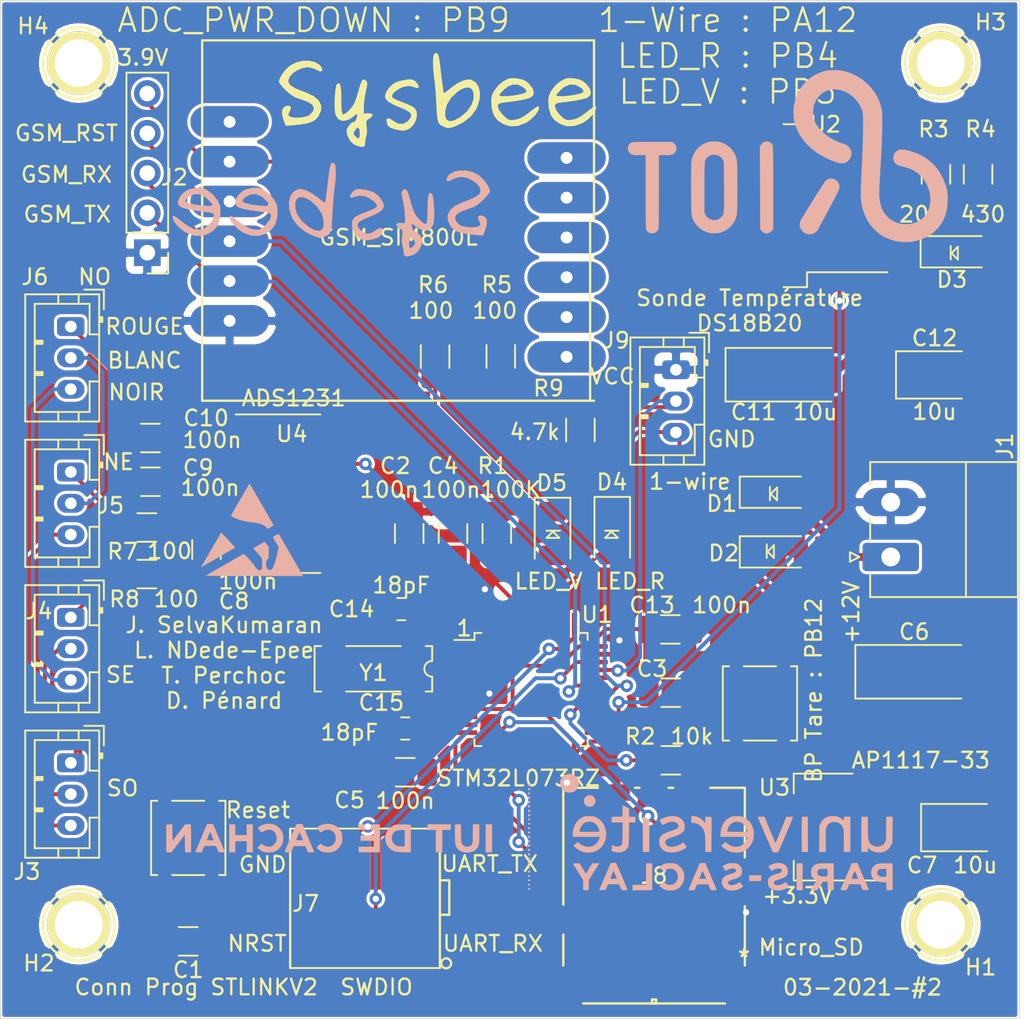
<source format=kicad_pcb>
(kicad_pcb (version 20171130) (host pcbnew "(5.1.9)-1")
  (layers (0 F.Cu signal) (31 B.Cu signal) (34 B.Paste user hide) (35 F.Paste user hide) (36 B.SilkS user) (37 F.SilkS user) (38 B.Mask user hide) (39 F.Mask user hide) (44 Edge.Cuts user))
  (net 0 "")
  (net 1 GND)
  (net 2 "Net-(C6-Pad1)")
  (net 3 "Net-(C8-Pad2)")
  (net 4 "Net-(C8-Pad1)")
  (net 5 "Net-(C9-Pad1)")
  (net 6 "Net-(C9-Pad2)")
  (net 7 /E+)
  (net 8 /Alim/12V)
  (net 9 /ADS1231/E-)
  (net 10 "Net-(J3-Pad2)")
  (net 11 /ADS1231/A-)
  (net 12 /ADS1231/A+)
  (net 13 "Net-(J5-Pad2)")
  (net 14 "Net-(R1-Pad2)")
  (net 15 "Net-(R3-Pad2)")
  (net 16 "Net-(D4-Pad1)")
  (net 17 "Net-(D5-Pad1)")
  (net 18 /RST)
  (net 19 /Alim/GSM_SHDN)
  (net 20 /GSM_TX)
  (net 21 /GSM_RX)
  (net 22 /3,9V)
  (net 23 /ADS1231/ADC_PWDRN)
  (net 24 /Microcontroleur/TARE)
  (net 25 /Microcontroleur/NRST)
  (net 26 /Microcontroleur/LED_R)
  (net 27 /Microcontroleur/LED_G)
  (net 28 /Microcontroleur/UART_RX)
  (net 29 /Microcontroleur/SWDIO)
  (net 30 /Microcontroleur/UART_TX)
  (net 31 /Microcontroleur/SWCLK)
  (net 32 /Microcontroleur/SD_CS)
  (net 33 /Microcontroleur/SPI_MOSI)
  (net 34 /Microcontroleur/SPI_CLK)
  (net 35 /Microcontroleur/SPI_MISO)
  (net 36 /Microcontroleur/TEMP)
  (net 37 "Net-(C14-Pad1)")
  (net 38 "Net-(C15-Pad1)")
  (net 39 "Net-(GSM_SIM800L1-Pad1)")
  (net 40 "Net-(GSM_SIM800L1-Pad12)")
  (net 41 "Net-(GSM_SIM800L1-Pad11)")
  (net 42 "Net-(GSM_SIM800L1-Pad10)")
  (net 43 "Net-(GSM_SIM800L1-Pad9)")
  (net 44 "Net-(GSM_SIM800L1-Pad8)")
  (net 45 "Net-(GSM_SIM800L1-Pad7)")
  (net 46 "Net-(J8-Pad1)")
  (net 47 "Net-(J8-Pad8)")
  (net 48 "Net-(U1-Pad2)")
  (net 49 "Net-(U1-Pad5)")
  (net 50 "Net-(U1-Pad6)")
  (net 51 "Net-(U1-Pad10)")
  (net 52 "Net-(U1-Pad11)")
  (net 53 "Net-(U1-Pad18)")
  (net 54 "Net-(U1-Pad19)")
  (net 55 "Net-(U1-Pad20)")
  (net 56 "Net-(U1-Pad21)")
  (net 57 "Net-(U1-Pad22)")
  (net 58 "Net-(U1-Pad27)")
  (net 59 "Net-(U1-Pad28)")
  (net 60 "Net-(U1-Pad32)")
  (net 61 "Net-(U1-Pad38)")
  (net 62 "Net-(U1-Pad39)")
  (net 63 "Net-(U1-Pad42)")
  (net 64 /ADS1231/ADC_DOUT)
  (net 65 /ADS1231/ADC_CLK)
  (net 66 /Microcontroleur/SD_CartDetect)
  (net 67 "Net-(Y1-Pad3)")
  (net 68 "Net-(Y1-Pad2)")
  (net 69 "Net-(J3-Pad3)")
  (net 70 "Net-(J4-Pad3)")
  (module Logos:logo_sysbee_B_Silks (layer F.Cu) (at 143 77 180)
    (fp_text reference G*** hide)
    (fp_text value LOGO)
  )
  (module Logos:logo_sysbee_F_Silks (layer F.Cu) (at 150 70)
    (fp_text reference G*** hide)
    (fp_text value LOGO)
  )
  (module Logos:logo_riot_os (layer B.Cu) (at 172.339 72.898 180)
    (fp_text reference G*** hide)
    (fp_text value LOGO hide)
  )
  (module Symbol:ESD-Logo_6.6x6mm_SilkScreen (layer B.Cu) (at 138.049 96.774 180)
    (fp_text reference REF** hide)
    (fp_text value ESD-Logo_6.6x6mm_SilkScreen hide)
  )
  (module Logos:logo_iut_cachan_FrontSilk (layer F.Cu) (at 155.321 116.078)
    (fp_text reference G*** hide)
    (fp_text value LOGO hide)
  )
  (module Capacitor_Tantalum_SMD:CP_EIA-3528-21_Kemet-B (layer F.Cu) (at 181.5973 86.9061)
    (fp_text reference C12 (at 0 -2.35) (layer F.SilkS))
    (fp_text value 10u (at 0 2.35) (layer F.SilkS))
    (pad 2 smd roundrect (at 1.5375 0) (size 1.325 2.35) (layers F.Cu F.Paste F.Mask) (roundrect_rratio 0.188679) (net 1 GND))
    (pad 1 smd roundrect (at -1.5375 0) (size 1.325 2.35) (layers F.Cu F.Paste F.Mask) (roundrect_rratio 0.188679) (net 22 /3,9V))
  )
  (module Capacitor_Tantalum_SMD:CP_EIA-6032-15_Kemet-U (layer F.Cu) (at 172.0215 86.8934)
    (fp_text reference C11 (at -1.9685 2.3876) (layer F.SilkS))
    (fp_text value 10u (at 1.9685 2.3876) (layer F.SilkS))
    (pad 2 smd roundrect (at 2.4625 0) (size 2.075 2.35) (layers F.Cu F.Paste F.Mask) (roundrect_rratio 0.120482) (net 8 /Alim/12V))
    (pad 1 smd roundrect (at -2.4625 0) (size 2.075 2.35) (layers F.Cu F.Paste F.Mask) (roundrect_rratio 0.120482) (net 1 GND))
  )
  (module Capacitor_Tantalum_SMD:CP_EIA-3528-21_Kemet-B (layer F.Cu) (at 183.2 115.8)
    (fp_text reference C7 (at -2.4 2.4) (layer F.SilkS))
    (fp_text value 10u (at 1 2.4) (layer F.SilkS))
    (pad 2 smd roundrect (at 1.5375 0) (size 1.325 2.35) (layers F.Cu F.Paste F.Mask) (roundrect_rratio 0.188679) (net 1 GND))
    (pad 1 smd roundrect (at -1.5375 0) (size 1.325 2.35) (layers F.Cu F.Paste F.Mask) (roundrect_rratio 0.188679) (net 7 /E+))
  )
  (module Capacitor_Tantalum_SMD:CP_EIA-6032-15_Kemet-U (layer F.Cu) (at 180.3019 105.8545)
    (fp_text reference C6 (at 0 -2.55) (layer F.SilkS))
    (fp_text value 10u)
    (pad 2 smd roundrect (at 2.4625 0) (size 2.075 2.35) (layers F.Cu F.Paste F.Mask) (roundrect_rratio 0.120482) (net 1 GND))
    (pad 1 smd roundrect (at -2.4625 0) (size 2.075 2.35) (layers F.Cu F.Paste F.Mask) (roundrect_rratio 0.120482) (net 2 "Net-(C6-Pad1)"))
  )
  (module microSD:504077-1891 (layer F.Cu) (at 163.703 120.142 180)
    (fp_text reference J8 (at 0 1.27) (layer F.SilkS))
    (fp_text value Micro_SD (at -10.033 -3.302) (layer F.SilkS))
    (fp_text user * (at -5.740001 -3.971399) (layer F.SilkS))
    (fp_text user * (at -5.740001 -3.971399) (layer F.SilkS))
    (pad 10 smd rect (at 0 6.653602 180) (size 1.1938 0.889) (layers F.Cu F.Paste F.Mask) (net 66 /Microcontroleur/SD_CartDetect))
    (pad 11 smd rect (at 5.609999 -1.531399 180) (size 0.889 1.2446) (layers F.Cu F.Paste F.Mask) (net 1 GND))
    (pad 11 smd rect (at -5.525 0.253602 180) (size 1.0414 1.1938) (layers F.Cu F.Paste F.Mask) (net 1 GND))
    (pad 11 smd rect (at 2.4 6.5786 180) (size 1.7018 1.0414) (layers F.Cu F.Paste F.Mask) (net 1 GND))
    (pad 11 smd rect (at -2.4 6.5786 180) (size 1.7018 1.0414) (layers F.Cu F.Paste F.Mask) (net 1 GND))
    (pad 11 smd rect (at 5.455 -5.8714 180) (size 1.1938 2.159) (layers F.Cu F.Paste F.Mask) (net 1 GND))
    (pad 11 smd rect (at -5.455 -5.8714 180) (size 1.1938 2.159) (layers F.Cu F.Paste F.Mask) (net 1 GND))
    (pad 9 smd rect (at -5.525 1.663601 180) (size 1.0414 0.889) (layers F.Cu F.Paste F.Mask) (net 1 GND))
    (pad 8 smd rect (at 4.499999 -3.971399 180) (size 0.7112 0.9398) (layers F.Cu F.Paste F.Mask) (net 47 "Net-(J8-Pad8)"))
    (pad 7 smd rect (at 3.399998 -3.971399 180) (size 0.7112 0.9398) (layers F.Cu F.Paste F.Mask) (net 35 /Microcontroleur/SPI_MISO))
    (pad 6 smd rect (at 2.3 -3.971399 180) (size 0.7112 0.9398) (layers F.Cu F.Paste F.Mask) (net 1 GND))
    (pad 5 smd rect (at 1.2 -3.971399 180) (size 0.7112 0.9398) (layers F.Cu F.Paste F.Mask) (net 34 /Microcontroleur/SPI_CLK))
    (pad 4 smd rect (at 0.1 -3.971399 180) (size 0.7112 0.9398) (layers F.Cu F.Paste F.Mask) (net 7 /E+))
    (pad 3 smd rect (at -1.000001 -3.971399 180) (size 0.7112 0.9398) (layers F.Cu F.Paste F.Mask) (net 33 /Microcontroleur/SPI_MOSI))
    (pad 2 smd rect (at -2.100001 -3.971399 180) (size 0.7112 0.9398) (layers F.Cu F.Paste F.Mask) (net 32 /Microcontroleur/SD_CS))
    (pad 1 smd rect (at -3.200001 -3.971399 180) (size 0.7112 0.9398) (layers F.Cu F.Paste F.Mask) (net 46 "Net-(J8-Pad1)"))
  )
  (module Capacitor_SMD:C_1206_3216Metric (layer F.Cu) (at 164.7406 103.1494 180)
    (fp_text reference C13 (at 1.1646 1.5494) (layer F.SilkS))
    (fp_text value 100n (at -3.2804 1.5494) (layer F.SilkS))
    (pad 2 smd roundrect (at 1.4 0 180) (size 1.25 1.75) (layers F.Cu F.Paste F.Mask) (roundrect_rratio 0.2) (net 7 /E+))
    (pad 1 smd roundrect (at -1.4 0 180) (size 1.25 1.75) (layers F.Cu F.Paste F.Mask) (roundrect_rratio 0.2) (net 1 GND))
  )
  (module Capacitor_SMD:C_1206_3216Metric (layer F.Cu) (at 131.572 90.932 180)
    (fp_text reference C10 (at -3.556 1.27) (layer F.SilkS))
    (fp_text value 100n (at -3.937 -0.127) (layer F.SilkS))
    (pad 2 smd roundrect (at 1.4 0 180) (size 1.25 1.75) (layers F.Cu F.Paste F.Mask) (roundrect_rratio 0.2) (net 1 GND))
    (pad 1 smd roundrect (at -1.4 0 180) (size 1.25 1.75) (layers F.Cu F.Paste F.Mask) (roundrect_rratio 0.2) (net 7 /E+))
  )
  (module Capacitor_SMD:C_1206_3216Metric (layer F.Cu) (at 131.572 93.726 180)
    (fp_text reference C9 (at -3.048 0.889) (layer F.SilkS))
    (fp_text value 100n (at -3.81 -0.381) (layer F.SilkS))
    (pad 2 smd roundrect (at 1.4 0 180) (size 1.25 1.75) (layers F.Cu F.Paste F.Mask) (roundrect_rratio 0.2) (net 6 "Net-(C9-Pad2)"))
    (pad 1 smd roundrect (at -1.4 0 180) (size 1.25 1.75) (layers F.Cu F.Paste F.Mask) (roundrect_rratio 0.2) (net 5 "Net-(C9-Pad1)"))
  )
  (module Capacitor_SMD:C_1206_3216Metric (layer F.Cu) (at 135.1484 98.0448 270)
    (fp_text reference C8 (at 3.3012 -1.7576 180) (layer F.SilkS))
    (fp_text value 100n (at 2.0312 -2.6466 180) (layer F.SilkS))
    (pad 2 smd roundrect (at 1.4 0 270) (size 1.25 1.75) (layers F.Cu F.Paste F.Mask) (roundrect_rratio 0.2) (net 3 "Net-(C8-Pad2)"))
    (pad 1 smd roundrect (at -1.4 0 270) (size 1.25 1.75) (layers F.Cu F.Paste F.Mask) (roundrect_rratio 0.2) (net 4 "Net-(C8-Pad1)"))
  )
  (module Capacitor_SMD:C_1206_3216Metric (layer F.Cu) (at 147.828 112.268)
    (fp_text reference C5 (at -3.556 1.778) (layer F.SilkS))
    (fp_text value 100n (at 0 1.82) (layer F.SilkS))
    (pad 2 smd roundrect (at 1.4 0) (size 1.25 1.75) (layers F.Cu F.Paste F.Mask) (roundrect_rratio 0.2) (net 7 /E+))
    (pad 1 smd roundrect (at -1.4 0) (size 1.25 1.75) (layers F.Cu F.Paste F.Mask) (roundrect_rratio 0.2) (net 1 GND))
  )
  (module Capacitor_SMD:C_1206_3216Metric (layer F.Cu) (at 150.876 97.028 270)
    (fp_text reference C4 (at -4.318 0.635 180) (layer F.SilkS))
    (fp_text value 100n (at -2.794 0.127 180) (layer F.SilkS))
    (pad 2 smd roundrect (at 1.4 0 270) (size 1.25 1.75) (layers F.Cu F.Paste F.Mask) (roundrect_rratio 0.2) (net 7 /E+))
    (pad 1 smd roundrect (at -1.4 0 270) (size 1.25 1.75) (layers F.Cu F.Paste F.Mask) (roundrect_rratio 0.2) (net 1 GND))
  )
  (module Capacitor_SMD:C_1206_3216Metric (layer F.Cu) (at 164.766 107.188 180)
    (fp_text reference C3 (at 1.19 1.524) (layer F.SilkS))
    (fp_text value 100n)
    (pad 2 smd roundrect (at 1.4 0 180) (size 1.25 1.75) (layers F.Cu F.Paste F.Mask) (roundrect_rratio 0.2) (net 7 /E+))
    (pad 1 smd roundrect (at -1.4 0 180) (size 1.25 1.75) (layers F.Cu F.Paste F.Mask) (roundrect_rratio 0.2) (net 1 GND))
  )
  (module Capacitor_SMD:C_1206_3216Metric (layer F.Cu) (at 148.082 97.028 270)
    (fp_text reference C2 (at -4.318 0.889 180) (layer F.SilkS))
    (fp_text value 100n (at -2.794 1.27 180) (layer F.SilkS))
    (pad 2 smd roundrect (at 1.4 0 270) (size 1.25 1.75) (layers F.Cu F.Paste F.Mask) (roundrect_rratio 0.2) (net 7 /E+))
    (pad 1 smd roundrect (at -1.4 0 270) (size 1.25 1.75) (layers F.Cu F.Paste F.Mask) (roundrect_rratio 0.2) (net 1 GND))
  )
  (module Capacitor_SMD:C_1206_3216Metric (layer F.Cu) (at 133.985 123.063 180)
    (fp_text reference C1 (at 0 -1.82) (layer F.SilkS))
    (fp_text value 100n)
    (pad 2 smd roundrect (at 1.4 0 180) (size 1.25 1.75) (layers F.Cu F.Paste F.Mask) (roundrect_rratio 0.2) (net 1 GND))
    (pad 1 smd roundrect (at -1.4 0 180) (size 1.25 1.75) (layers F.Cu F.Paste F.Mask) (roundrect_rratio 0.2) (net 25 /Microcontroleur/NRST))
  )
  (module Button_Switch_SMD:SW_SPST_TL3305C (layer F.Cu) (at 170.4594 107.8738 270)
    (fp_text reference BP_TARAGE1 hide)
    (fp_text value SW_Push)
    (pad 2 smd rect (at -3.6 1.5 270) (size 1.6 1.4) (layers F.Cu F.Paste F.Mask) (net 24 /Microcontroleur/TARE))
    (pad 2 smd rect (at 3.6 1.5 270) (size 1.6 1.4) (layers F.Cu F.Paste F.Mask) (net 24 /Microcontroleur/TARE))
    (pad 1 smd rect (at -3.6 -1.5 270) (size 1.6 1.4) (layers F.Cu F.Paste F.Mask) (net 1 GND))
    (pad 1 smd rect (at 3.6 -1.5 270) (size 1.6 1.4) (layers F.Cu F.Paste F.Mask) (net 1 GND))
  )
  (module LED_SMD:LED_1206_3216Metric (layer F.Cu) (at 157.226 97.028 270)
    (fp_text reference D5 (at -3.2258 0.0508 180) (layer F.SilkS))
    (fp_text value LED)
    (pad 2 smd roundrect (at 1.4 0 270) (size 1.25 1.75) (layers F.Cu F.Paste F.Mask) (roundrect_rratio 0.2) (net 27 /Microcontroleur/LED_G))
    (pad 1 smd roundrect (at -1.4 0 270) (size 1.25 1.75) (layers F.Cu F.Paste F.Mask) (roundrect_rratio 0.2) (net 17 "Net-(D5-Pad1)"))
  )
  (module Button_Switch_SMD:SW_SPST_TL3305C (layer F.Cu) (at 133.985 116.459 90)
    (fp_text reference RESET1 hide)
    (fp_text value Reset (at 1.778 4.445 180) (layer F.SilkS))
    (pad 2 smd rect (at -3.6 1.5 90) (size 1.6 1.4) (layers F.Cu F.Paste F.Mask) (net 25 /Microcontroleur/NRST))
    (pad 2 smd rect (at 3.6 1.5 90) (size 1.6 1.4) (layers F.Cu F.Paste F.Mask) (net 25 /Microcontroleur/NRST))
    (pad 1 smd rect (at -3.6 -1.5 90) (size 1.6 1.4) (layers F.Cu F.Paste F.Mask) (net 1 GND))
    (pad 1 smd rect (at 3.6 -1.5 90) (size 1.6 1.4) (layers F.Cu F.Paste F.Mask) (net 1 GND))
  )
  (module Capacitor_SMD:C_0805_2012Metric (layer F.Cu) (at 147.828 109.474 180)
    (fp_text reference C15 (at 1.524 1.651) (layer F.SilkS))
    (fp_text value 18pF)
    (pad 2 smd roundrect (at 0.9375 0 180) (size 0.975 1.4) (layers F.Cu F.Paste F.Mask) (net 1 GND))
    (pad 1 smd roundrect (at -0.9375 0 180) (size 0.975 1.4) (layers F.Cu F.Paste F.Mask) (net 38 "Net-(C15-Pad1)"))
  )
  (module Capacitor_SMD:C_0805_2012Metric (layer F.Cu) (at 147.574 101.854 180)
    (fp_text reference C14 (at 3.175 0) (layer F.SilkS))
    (fp_text value 18pF)
    (pad 2 smd roundrect (at 0.9375 0 180) (size 0.975 1.4) (layers F.Cu F.Paste F.Mask) (net 1 GND))
    (pad 1 smd roundrect (at -0.9375 0 180) (size 0.975 1.4) (layers F.Cu F.Paste F.Mask) (net 37 "Net-(C14-Pad1)"))
  )
  (module Crystal:Crystal_SMD_SeikoEpson_MC156-4Pin_7.1x2.5mm (layer F.Cu) (at 145.796 105.664 180)
    (fp_text reference Y1 (at 0 -0.254) (layer F.SilkS))
    (fp_text value Crystal_GND23_Small)
    (pad 4 smd rect (at -2.54 -1.25 180) (size 1.2 1.5) (layers F.Cu F.Paste F.Mask) (net 38 "Net-(C15-Pad1)"))
    (pad 3 smd rect (at 2.54 -1.25 180) (size 1.2 1.5) (layers F.Cu F.Paste F.Mask) (net 67 "Net-(Y1-Pad3)"))
    (pad 2 smd rect (at 2.54 1.25 180) (size 1.2 1.5) (layers F.Cu F.Paste F.Mask) (net 68 "Net-(Y1-Pad2)"))
    (pad 1 smd rect (at -2.54 1.25 180) (size 1.2 1.5) (layers F.Cu F.Paste F.Mask) (net 37 "Net-(C14-Pad1)"))
  )
  (module Socket_Arduino_Uno:Arduino_1pin (layer F.Cu) (at 127 67)
    (fp_text reference H4 (at -2.921 -2.357) (layer F.SilkS))
    (fp_text value MountingHole_Pad)
    (pad 1 thru_hole circle (at 0 0) (size 4.064 4.064) (drill 3.048) (layers *.Cu *.Mask F.SilkS) (net 1 GND))
  )
  (module Resistor_SMD:R_1206_3216Metric (layer F.Cu) (at 164.7668 111.506 180)
    (fp_text reference R2 (at 1.9528 1.524) (layer F.SilkS))
    (fp_text value 10k (at -1.3492 1.524) (layer F.SilkS))
    (pad 2 smd roundrect (at 1.4 0 180) (size 1.25 1.75) (layers F.Cu F.Paste F.Mask) (roundrect_rratio 0.2) (net 66 /Microcontroleur/SD_CartDetect))
    (pad 1 smd roundrect (at -1.4 0 180) (size 1.25 1.75) (layers F.Cu F.Paste F.Mask) (roundrect_rratio 0.2) (net 7 /E+))
  )
  (module Package_TO_SOT_SMD:TO-263-5_TabPin3 (layer F.Cu) (at 170.5102 76.1028 180)
    (fp_text reference U2 (at -4.1148 5.186) (layer F.SilkS))
    (fp_text value MIC29302WU)
    (pad 3 smd rect (at 3.375 0 180) (size 9.4 10.8) (layers F.Cu F.Mask) (net 1 GND))
    (pad 5 smd rect (at -5.775 3.4 180) (size 4.6 1.1) (layers F.Cu F.Paste F.Mask) (net 15 "Net-(R3-Pad2)"))
    (pad 4 smd rect (at -5.775 1.7 180) (size 4.6 1.1) (layers F.Cu F.Paste F.Mask) (net 22 /3,9V))
    (pad 3 smd rect (at -5.775 0 180) (size 4.6 1.1) (layers F.Cu F.Paste F.Mask) (net 1 GND))
    (pad 2 smd rect (at -5.775 -1.7 180) (size 4.6 1.1) (layers F.Cu F.Paste F.Mask) (net 8 /Alim/12V))
    (pad 1 smd rect (at -5.775 -3.4 180) (size 4.6 1.1) (layers F.Cu F.Paste F.Mask) (net 19 /Alim/GSM_SHDN))
  )
  (module Connector_JST:JST_PH_B3B-PH-K_1x03_P2.00mm_Vertical (layer F.Cu) (at 165.1 86.5759 270)
    (fp_text reference J9 (at -1.8669 3.81 180) (layer F.SilkS))
    (fp_text value Conn_01x03)
    (pad 3 thru_hole oval (at 4 0 270) (size 1.2 1.75) (drill 0.75) (layers *.Cu *.Mask) (net 7 /E+))
    (pad 2 thru_hole oval (at 2 0 270) (size 1.2 1.75) (drill 0.75) (layers *.Cu *.Mask) (net 36 /Microcontroleur/TEMP))
    (pad 1 thru_hole roundrect (at 0 0 270) (size 1.2 1.75) (drill 0.75) (layers *.Cu *.Mask) (roundrect_rratio 0.208333) (net 1 GND))
  )
  (module Resistor_SMD:R_1206_3216Metric (layer F.Cu) (at 159.004 90.424 90)
    (fp_text reference R9 (at 2.667 -2.032 180) (layer F.SilkS))
    (fp_text value 4.7k (at -0.127 -2.921 180) (layer F.SilkS))
    (pad 2 smd roundrect (at 1.4625 0 90) (size 1.125 1.75) (layers F.Cu F.Paste F.Mask) (roundrect_rratio 0.222222) (net 36 /Microcontroleur/TEMP))
    (pad 1 smd roundrect (at -1.4625 0 90) (size 1.125 1.75) (layers F.Cu F.Paste F.Mask) (roundrect_rratio 0.222222) (net 7 /E+))
  )
  (module Resistor_SMD:R_1206_3216Metric (layer F.Cu) (at 149.733 85.7397 90)
    (fp_text reference R6 (at 4.5867 -0.127 180) (layer F.SilkS))
    (fp_text value 100 (at 2.9357 -0.254 180) (layer F.SilkS))
    (pad 2 smd roundrect (at 1.4625 0 90) (size 1.125 1.75) (layers F.Cu F.Paste F.Mask) (roundrect_rratio 0.222222) (net 1 GND))
    (pad 1 smd roundrect (at -1.4625 0 90) (size 1.125 1.75) (layers F.Cu F.Paste F.Mask) (roundrect_rratio 0.222222) (net 17 "Net-(D5-Pad1)"))
  )
  (module Resistor_SMD:R_1206_3216Metric (layer F.Cu) (at 153.924 85.725 90)
    (fp_text reference R5 (at 4.572 -0.254 180) (layer F.SilkS))
    (fp_text value 100 (at 2.921 -0.381 180) (layer F.SilkS))
    (pad 2 smd roundrect (at 1.4625 0 90) (size 1.125 1.75) (layers F.Cu F.Paste F.Mask) (roundrect_rratio 0.222222) (net 1 GND))
    (pad 1 smd roundrect (at -1.4625 0 90) (size 1.125 1.75) (layers F.Cu F.Paste F.Mask) (roundrect_rratio 0.222222) (net 16 "Net-(D4-Pad1)"))
  )
  (module LED_SMD:LED_1206_3216Metric (layer F.Cu) (at 161.036 96.9772 270)
    (fp_text reference D4 (at -3.2258 0.0254 180) (layer F.SilkS))
    (fp_text value LED)
    (pad 2 smd roundrect (at 1.4 0 270) (size 1.25 1.75) (layers F.Cu F.Paste F.Mask) (roundrect_rratio 0.2) (net 26 /Microcontroleur/LED_R))
    (pad 1 smd roundrect (at -1.4 0 270) (size 1.25 1.75) (layers F.Cu F.Paste F.Mask) (roundrect_rratio 0.2) (net 16 "Net-(D4-Pad1)"))
  )
  (module Package_TO_SOT_SMD:SOT-223-3_TabPin2 (layer F.Cu) (at 174.5246 115.7649 180)
    (fp_text reference U3 (at 3.1448 2.5204) (layer F.SilkS))
    (fp_text value AP1117-33 (at -6.1964 4.2589) (layer F.SilkS))
    (pad 1 smd rect (at -3.15 -2.3 180) (size 2 1.5) (layers F.Cu F.Paste F.Mask) (net 1 GND))
    (pad 3 smd rect (at -3.15 2.3 180) (size 2 1.5) (layers F.Cu F.Paste F.Mask) (net 2 "Net-(C6-Pad1)"))
    (pad 2 smd rect (at -3.15 0 180) (size 2 1.5) (layers F.Cu F.Paste F.Mask) (net 7 /E+))
    (pad 2 smd rect (at 3.15 0 180) (size 2 3.8) (layers F.Cu F.Paste F.Mask) (net 7 /E+))
  )
  (module Diode_SMD:D_SOD-123 (layer F.Cu) (at 171.4208 94.3913)
    (fp_text reference D1 (at -3.3998 0.7317) (layer F.SilkS))
    (fp_text value D_Shockley)
    (pad 1 smd rect (at -1.65 0) (size 0.9 1.2) (layers F.Cu F.Paste F.Mask) (net 2 "Net-(C6-Pad1)"))
    (pad 2 smd rect (at 1.65 0) (size 0.9 1.2) (layers F.Cu F.Paste F.Mask) (net 8 /Alim/12V))
  )
  (module Diode_SMD:D_SOD-123 (layer F.Cu) (at 171.4208 98.2013)
    (fp_text reference D2 (at -3.2728 0.084) (layer F.SilkS))
    (fp_text value D_Shockley)
    (pad 2 smd rect (at 1.65 0) (size 0.9 1.2) (layers F.Cu F.Paste F.Mask) (net 1 GND))
    (pad 1 smd rect (at -1.65 0) (size 0.9 1.2) (layers F.Cu F.Paste F.Mask) (net 2 "Net-(C6-Pad1)"))
  )
  (module Diode_SMD:D_SOD-123 (layer F.Cu) (at 182.9562 79.0448)
    (fp_text reference D3 (at -0.254 1.778) (layer F.SilkS))
    (fp_text value D_Shockley)
    (pad 1 smd rect (at -1.65 0) (size 0.9 1.2) (layers F.Cu F.Paste F.Mask) (net 22 /3,9V))
    (pad 2 smd rect (at 1.65 0) (size 0.9 1.2) (layers F.Cu F.Paste F.Mask) (net 1 GND))
  )
  (module SIM800L:SIM800L (layer F.Cu) (at 147.3722 77.0528)
    (fp_text reference GSM_SIM800L1)
    (fp_text value GSM_SIM800L (at 0.024 1.0776 180) (layer F.SilkS))
    (pad 6 thru_hole oval (at -10.75 6.4) (size 5 2) (drill 0.762) (layers *.Cu *.Mask) (net 1 GND))
    (pad 5 thru_hole oval (at -10.75 3.86) (size 5 2) (drill 0.762) (layers *.Cu *.Mask) (net 20 /GSM_TX))
    (pad 4 thru_hole oval (at -10.75 1.32) (size 5 2) (drill 0.762) (layers *.Cu *.Mask) (net 21 /GSM_RX))
    (pad 3 thru_hole oval (at -10.75 -1.22) (size 5 2) (drill 0.762) (layers *.Cu *.Mask) (net 18 /RST))
    (pad 2 thru_hole oval (at -10.75 -3.76) (size 5 2) (drill 0.762) (layers *.Cu *.Mask) (net 22 /3,9V))
    (pad 1 thru_hole oval (at -10.75 -6.3) (size 5 2) (drill 0.762) (layers *.Cu *.Mask) (net 39 "Net-(GSM_SIM800L1-Pad1)"))
    (pad 12 thru_hole oval (at 10.75 8.7) (size 5 2) (drill 0.762) (layers *.Cu *.Mask) (net 40 "Net-(GSM_SIM800L1-Pad12)"))
    (pad 11 thru_hole oval (at 10.75 6.16) (size 5 2) (drill 0.762) (layers *.Cu *.Mask) (net 41 "Net-(GSM_SIM800L1-Pad11)"))
    (pad 10 thru_hole oval (at 10.75 3.62) (size 5 2) (drill 0.762) (layers *.Cu *.Mask) (net 42 "Net-(GSM_SIM800L1-Pad10)"))
    (pad 9 thru_hole oval (at 10.75 1.08) (size 5 2) (drill 0.762) (layers *.Cu *.Mask) (net 43 "Net-(GSM_SIM800L1-Pad9)"))
    (pad 8 thru_hole oval (at 10.75 -1.46) (size 5 2) (drill 0.762) (layers *.Cu *.Mask) (net 44 "Net-(GSM_SIM800L1-Pad8)"))
    (pad 7 thru_hole oval (at 10.75 -4) (size 5 2) (drill 0.762) (layers *.Cu *.Mask) (net 45 "Net-(GSM_SIM800L1-Pad7)"))
  )
  (module Socket_Arduino_Uno:Arduino_1pin (layer F.Cu) (at 182 122)
    (fp_text reference H1 (at 2.531 2.714) (layer F.SilkS))
    (fp_text value MountingHole_Pad)
    (pad 1 thru_hole circle (at 0 0) (size 4.064 4.064) (drill 3.048) (layers *.Cu *.Mask F.SilkS) (net 1 GND))
  )
  (module Socket_Arduino_Uno:Arduino_1pin (layer F.Cu) (at 127 122)
    (fp_text reference H2 (at -2.54 2.46) (layer F.SilkS))
    (fp_text value MountingHole_Pad)
    (pad 1 thru_hole circle (at 0 0) (size 4.064 4.064) (drill 3.048) (layers *.Cu *.Mask F.SilkS) (net 1 GND))
  )
  (module Socket_Arduino_Uno:Arduino_1pin (layer F.Cu) (at 182 67)
    (fp_text reference H3 (at 3.166 -2.611) (layer F.SilkS))
    (fp_text value MountingHole_Pad)
    (pad 1 thru_hole circle (at 0 0) (size 4.064 4.064) (drill 3.048) (layers *.Cu *.Mask F.SilkS) (net 1 GND))
  )
  (module Connector_Phoenix_MC:PhoenixContact_MC_1,5_2-G-3.5_1x02_P3.50mm_Horizontal (layer F.Cu) (at 178.8 98.5266 90)
    (fp_text reference J1 (at 7.0796 7.2836 90) (layer F.SilkS))
    (fp_text value Alim12V)
    (pad 1 thru_hole roundrect (at 0 0 90) (size 1.8 3.6) (drill 1.2) (layers *.Cu *.Mask) (roundrect_rratio 0.138889) (net 8 /Alim/12V))
    (pad 2 thru_hole oval (at 3.5 0 90) (size 1.8 3.6) (drill 1.2) (layers *.Cu *.Mask) (net 1 GND))
  )
  (module Connector_PinHeader_2.54mm:PinHeader_1x05_P2.54mm_Vertical (layer F.Cu) (at 131.3722 79.1028 180)
    (fp_text reference J2 (at -1.7238 4.8078) (layer F.SilkS))
    (fp_text value "SIM800L DEBUG")
    (pad 1 thru_hole rect (at 0 0 180) (size 1.7 1.7) (drill 1) (layers *.Cu *.Mask) (net 1 GND))
    (pad 2 thru_hole oval (at 0 2.54 180) (size 1.7 1.7) (drill 1) (layers *.Cu *.Mask) (net 20 /GSM_TX))
    (pad 3 thru_hole oval (at 0 5.08 180) (size 1.7 1.7) (drill 1) (layers *.Cu *.Mask) (net 21 /GSM_RX))
    (pad 4 thru_hole oval (at 0 7.62 180) (size 1.7 1.7) (drill 1) (layers *.Cu *.Mask) (net 18 /RST))
    (pad 5 thru_hole oval (at 0 10.16 180) (size 1.7 1.7) (drill 1) (layers *.Cu *.Mask) (net 22 /3,9V))
  )
  (module Connector_JST:JST_PH_B3B-PH-K_1x03_P2.00mm_Vertical (layer F.Cu) (at 126.492 111.665 270)
    (fp_text reference J3 (at 6.953 2.794 180) (layer F.SilkS))
    (fp_text value NO)
    (pad 3 thru_hole oval (at 4 0 270) (size 1.2 1.75) (drill 0.75) (layers *.Cu *.Mask) (net 69 "Net-(J3-Pad3)"))
    (pad 2 thru_hole oval (at 2 0 270) (size 1.2 1.75) (drill 0.75) (layers *.Cu *.Mask) (net 10 "Net-(J3-Pad2)"))
    (pad 1 thru_hole roundrect (at 0 0 270) (size 1.2 1.75) (drill 0.75) (layers *.Cu *.Mask) (roundrect_rratio 0.208333) (net 9 /ADS1231/E-))
  )
  (module Connector_JST:JST_PH_B3B-PH-K_1x03_P2.00mm_Vertical (layer F.Cu) (at 126.492 102.383332 270)
    (fp_text reference J4 (at -0.402332 2.032 180) (layer F.SilkS))
    (fp_text value NE)
    (pad 1 thru_hole roundrect (at 0 0 270) (size 1.2 1.75) (drill 0.75) (layers *.Cu *.Mask) (roundrect_rratio 0.208333) (net 11 /ADS1231/A-))
    (pad 2 thru_hole oval (at 2 0 270) (size 1.2 1.75) (drill 0.75) (layers *.Cu *.Mask) (net 10 "Net-(J3-Pad2)"))
    (pad 3 thru_hole oval (at 4 0 270) (size 1.2 1.75) (drill 0.75) (layers *.Cu *.Mask) (net 70 "Net-(J4-Pad3)"))
  )
  (module Connector_JST:JST_PH_B3B-PH-K_1x03_P2.00mm_Vertical (layer F.Cu) (at 126.492 93.101666 270)
    (fp_text reference J5 (at 2.148334 -2.54 180) (layer F.SilkS))
    (fp_text value SO)
    (pad 3 thru_hole oval (at 4 0 270) (size 1.2 1.75) (drill 0.75) (layers *.Cu *.Mask) (net 69 "Net-(J3-Pad3)"))
    (pad 2 thru_hole oval (at 2 0 270) (size 1.2 1.75) (drill 0.75) (layers *.Cu *.Mask) (net 13 "Net-(J5-Pad2)"))
    (pad 1 thru_hole roundrect (at 0 0 270) (size 1.2 1.75) (drill 0.75) (layers *.Cu *.Mask) (roundrect_rratio 0.208333) (net 12 /ADS1231/A+))
  )
  (module Connector_JST:JST_PH_B3B-PH-K_1x03_P2.00mm_Vertical (layer F.Cu) (at 126.492 83.82 270)
    (fp_text reference J6 (at -3.175 2.286 180) (layer F.SilkS))
    (fp_text value SE)
    (pad 1 thru_hole roundrect (at 0 0 270) (size 1.2 1.75) (drill 0.75) (layers *.Cu *.Mask) (roundrect_rratio 0.208333) (net 7 /E+))
    (pad 2 thru_hole oval (at 2 0 270) (size 1.2 1.75) (drill 0.75) (layers *.Cu *.Mask) (net 13 "Net-(J5-Pad2)"))
    (pad 3 thru_hole oval (at 4 0 270) (size 1.2 1.75) (drill 0.75) (layers *.Cu *.Mask) (net 70 "Net-(J4-Pad3)"))
  )
  (module Micro-match:Micro-match_6 (layer F.Cu) (at 142.1384 121.3638 180)
    (fp_text reference J7 (at 0.6604 0.7138) (layer F.SilkS))
    (fp_text value "Conn Prog STLINKV2" (at 7.6454 -4.6202) (layer F.SilkS))
    (pad 1 smd rect (at -6.35 -1.27 270) (size 3 1.5) (layers F.Cu F.Paste F.Mask) (net 28 /Microcontroleur/UART_RX))
    (pad 5 smd rect (at -1.27 -1.27 270) (size 3 1.5) (layers F.Cu F.Paste F.Mask) (net 25 /Microcontroleur/NRST))
    (pad 3 smd rect (at -3.81 -1.27 270) (size 3 1.5) (layers F.Cu F.Paste F.Mask) (net 29 /Microcontroleur/SWDIO))
    (pad 2 smd rect (at -5.08 3.33 270) (size 3 1.5) (layers F.Cu F.Paste F.Mask) (net 30 /Microcontroleur/UART_TX))
    (pad 4 smd rect (at -2.54 3.33 270) (size 3 1.5) (layers F.Cu F.Paste F.Mask) (net 31 /Microcontroleur/SWCLK))
    (pad 6 smd rect (at 0 3.33 270) (size 3 1.5) (layers F.Cu F.Paste F.Mask) (net 1 GND))
  )
  (module Resistor_SMD:R_1206_3216Metric (layer F.Cu) (at 153.67 97.028 270)
    (fp_text reference R1 (at -4.318 0.254 180) (layer F.SilkS))
    (fp_text value 100K (at -2.794 -0.889 180) (layer F.SilkS))
    (pad 2 smd roundrect (at 1.4 0 270) (size 1.25 1.75) (layers F.Cu F.Paste F.Mask) (roundrect_rratio 0.2) (net 14 "Net-(R1-Pad2)"))
    (pad 1 smd roundrect (at -1.4 0 270) (size 1.25 1.75) (layers F.Cu F.Paste F.Mask) (roundrect_rratio 0.2) (net 1 GND))
  )
  (module Resistor_SMD:R_1206_3216Metric (layer F.Cu) (at 181.6862 74.1028 90)
    (fp_text reference R3 (at 2.8812 -0.1524 180) (layer F.SilkS))
    (fp_text value 430 (at -2.5544 2.9972 180) (layer F.SilkS))
    (pad 2 smd roundrect (at 1.4 0 90) (size 1.25 1.75) (layers F.Cu F.Paste F.Mask) (roundrect_rratio 0.2) (net 15 "Net-(R3-Pad2)"))
    (pad 1 smd roundrect (at -1.4 0 90) (size 1.25 1.75) (layers F.Cu F.Paste F.Mask) (roundrect_rratio 0.2) (net 22 /3,9V))
  )
  (module Resistor_SMD:R_1206_3216Metric (layer F.Cu) (at 184.3722 74.1028 270)
    (fp_text reference R4 (at -2.8812 -0.1588 180) (layer F.SilkS))
    (fp_text value 200 (at 2.5544 3.6004 180) (layer F.SilkS))
    (pad 1 smd roundrect (at -1.4 0 270) (size 1.25 1.75) (layers F.Cu F.Paste F.Mask) (roundrect_rratio 0.2) (net 15 "Net-(R3-Pad2)"))
    (pad 2 smd roundrect (at 1.4 0 270) (size 1.25 1.75) (layers F.Cu F.Paste F.Mask) (roundrect_rratio 0.2) (net 1 GND))
  )
  (module Resistor_SMD:R_1206_3216Metric (layer F.Cu) (at 131.3434 96.6448 180)
    (fp_text reference R7 (at 1.5494 -1.5262) (layer F.SilkS))
    (fp_text value 100 (at -1.4478 -1.5008) (layer F.SilkS))
    (pad 1 smd roundrect (at -1.4 0 180) (size 1.25 1.75) (layers F.Cu F.Paste F.Mask) (roundrect_rratio 0.2) (net 4 "Net-(C8-Pad1)"))
    (pad 2 smd roundrect (at 1.4 0 180) (size 1.25 1.75) (layers F.Cu F.Paste F.Mask) (roundrect_rratio 0.2) (net 12 /ADS1231/A+))
  )
  (module Resistor_SMD:R_1206_3216Metric (layer F.Cu) (at 131.3434 99.6188 180)
    (fp_text reference R8 (at 1.4224 -1.6002) (layer F.SilkS))
    (fp_text value 100 (at -1.8796 -1.6002) (layer F.SilkS))
    (pad 2 smd roundrect (at 1.4 0 180) (size 1.25 1.75) (layers F.Cu F.Paste F.Mask) (roundrect_rratio 0.2) (net 11 /ADS1231/A-))
    (pad 1 smd roundrect (at -1.4 0 180) (size 1.25 1.75) (layers F.Cu F.Paste F.Mask) (roundrect_rratio 0.2) (net 3 "Net-(C8-Pad2)"))
  )
  (module Package_QFP:LQFP-48_7x7mm_P0.5mm (layer F.Cu) (at 155.8544 106.9848)
    (fp_text reference U1 (at 4.2164 -4.7752 -180) (layer F.SilkS))
    (fp_text value STM32L073CZTx)
    (pad 1 smd roundrect (at -4.1625 -2.75) (size 1.475 0.3) (layers F.Cu F.Paste F.Mask) (net 7 /E+))
    (pad 2 smd roundrect (at -4.1625 -2.25) (size 1.475 0.3) (layers F.Cu F.Paste F.Mask) (net 48 "Net-(U1-Pad2)"))
    (pad 3 smd roundrect (at -4.1625 -1.75) (size 1.475 0.3) (layers F.Cu F.Paste F.Mask) (net 37 "Net-(C14-Pad1)"))
    (pad 4 smd roundrect (at -4.1625 -1.25) (size 1.475 0.3) (layers F.Cu F.Paste F.Mask) (net 38 "Net-(C15-Pad1)"))
    (pad 5 smd roundrect (at -4.1625 -0.75) (size 1.475 0.3) (layers F.Cu F.Paste F.Mask) (net 49 "Net-(U1-Pad5)"))
    (pad 6 smd roundrect (at -4.1625 -0.25) (size 1.475 0.3) (layers F.Cu F.Paste F.Mask) (net 50 "Net-(U1-Pad6)"))
    (pad 7 smd roundrect (at -4.1625 0.25) (size 1.475 0.3) (layers F.Cu F.Paste F.Mask) (net 25 /Microcontroleur/NRST))
    (pad 8 smd roundrect (at -4.1625 0.75) (size 1.475 0.3) (layers F.Cu F.Paste F.Mask) (net 1 GND))
    (pad 9 smd roundrect (at -4.1625 1.25) (size 1.475 0.3) (layers F.Cu F.Paste F.Mask) (net 7 /E+))
    (pad 10 smd roundrect (at -4.1625 1.75) (size 1.475 0.3) (layers F.Cu F.Paste F.Mask) (net 51 "Net-(U1-Pad10)"))
    (pad 11 smd roundrect (at -4.1625 2.25) (size 1.475 0.3) (layers F.Cu F.Paste F.Mask) (net 52 "Net-(U1-Pad11)"))
    (pad 12 smd roundrect (at -4.1625 2.75) (size 1.475 0.3) (layers F.Cu F.Paste F.Mask) (net 30 /Microcontroleur/UART_TX))
    (pad 13 smd roundrect (at -2.75 4.1625) (size 0.3 1.475) (layers F.Cu F.Paste F.Mask) (net 28 /Microcontroleur/UART_RX))
    (pad 14 smd roundrect (at -2.25 4.1625) (size 0.3 1.475) (layers F.Cu F.Paste F.Mask) (net 32 /Microcontroleur/SD_CS))
    (pad 15 smd roundrect (at -1.75 4.1625) (size 0.3 1.475) (layers F.Cu F.Paste F.Mask) (net 34 /Microcontroleur/SPI_CLK))
    (pad 16 smd roundrect (at -1.25 4.1625) (size 0.3 1.475) (layers F.Cu F.Paste F.Mask) (net 35 /Microcontroleur/SPI_MISO))
    (pad 17 smd roundrect (at -0.75 4.1625) (size 0.3 1.475) (layers F.Cu F.Paste F.Mask) (net 33 /Microcontroleur/SPI_MOSI))
    (pad 18 smd roundrect (at -0.25 4.1625) (size 0.3 1.475) (layers F.Cu F.Paste F.Mask) (net 53 "Net-(U1-Pad18)"))
    (pad 19 smd roundrect (at 0.25 4.1625) (size 0.3 1.475) (layers F.Cu F.Paste F.Mask) (net 54 "Net-(U1-Pad19)"))
    (pad 20 smd roundrect (at 0.75 4.1625) (size 0.3 1.475) (layers F.Cu F.Paste F.Mask) (net 55 "Net-(U1-Pad20)"))
    (pad 21 smd roundrect (at 1.25 4.1625) (size 0.3 1.475) (layers F.Cu F.Paste F.Mask) (net 56 "Net-(U1-Pad21)"))
    (pad 22 smd roundrect (at 1.75 4.1625) (size 0.3 1.475) (layers F.Cu F.Paste F.Mask) (net 57 "Net-(U1-Pad22)"))
    (pad 23 smd roundrect (at 2.25 4.1625) (size 0.3 1.475) (layers F.Cu F.Paste F.Mask) (net 1 GND))
    (pad 24 smd roundrect (at 2.75 4.1625) (size 0.3 1.475) (layers F.Cu F.Paste F.Mask) (net 7 /E+))
    (pad 25 smd roundrect (at 4.1625 2.75) (size 1.475 0.3) (layers F.Cu F.Paste F.Mask) (net 24 /Microcontroleur/TARE))
    (pad 26 smd roundrect (at 4.1625 2.25) (size 1.475 0.3) (layers F.Cu F.Paste F.Mask) (net 19 /Alim/GSM_SHDN))
    (pad 27 smd roundrect (at 4.1625 1.75) (size 1.475 0.3) (layers F.Cu F.Paste F.Mask) (net 58 "Net-(U1-Pad27)"))
    (pad 28 smd roundrect (at 4.1625 1.25) (size 1.475 0.3) (layers F.Cu F.Paste F.Mask) (net 59 "Net-(U1-Pad28)"))
    (pad 29 smd roundrect (at 4.1625 0.75) (size 1.475 0.3) (layers F.Cu F.Paste F.Mask) (net 66 /Microcontroleur/SD_CartDetect))
    (pad 30 smd roundrect (at 4.1625 0.25) (size 1.475 0.3) (layers F.Cu F.Paste F.Mask) (net 21 /GSM_RX))
    (pad 31 smd roundrect (at 4.1625 -0.25) (size 1.475 0.3) (layers F.Cu F.Paste F.Mask) (net 20 /GSM_TX))
    (pad 32 smd roundrect (at 4.1625 -0.75) (size 1.475 0.3) (layers F.Cu F.Paste F.Mask) (net 60 "Net-(U1-Pad32)"))
    (pad 33 smd roundrect (at 4.1625 -1.25) (size 1.475 0.3) (layers F.Cu F.Paste F.Mask) (net 36 /Microcontroleur/TEMP))
    (pad 34 smd roundrect (at 4.1625 -1.75) (size 1.475 0.3) (layers F.Cu F.Paste F.Mask) (net 29 /Microcontroleur/SWDIO))
    (pad 35 smd roundrect (at 4.1625 -2.25) (size 1.475 0.3) (layers F.Cu F.Paste F.Mask) (net 1 GND))
    (pad 36 smd roundrect (at 4.1625 -2.75) (size 1.475 0.3) (layers F.Cu F.Paste F.Mask) (net 7 /E+))
    (pad 37 smd roundrect (at 2.75 -4.1625) (size 0.3 1.475) (layers F.Cu F.Paste F.Mask) (net 31 /Microcontroleur/SWCLK))
    (pad 38 smd roundrect (at 2.25 -4.1625) (size 0.3 1.475) (layers F.Cu F.Paste F.Mask) (net 61 "Net-(U1-Pad38)"))
    (pad 39 smd roundrect (at 1.75 -4.1625) (size 0.3 1.475) (layers F.Cu F.Paste F.Mask) (net 62 "Net-(U1-Pad39)"))
    (pad 40 smd roundrect (at 1.25 -4.1625) (size 0.3 1.475) (layers F.Cu F.Paste F.Mask) (net 26 /Microcontroleur/LED_R))
    (pad 41 smd roundrect (at 0.75 -4.1625) (size 0.3 1.475) (layers F.Cu F.Paste F.Mask) (net 27 /Microcontroleur/LED_G))
    (pad 42 smd roundrect (at 0.25 -4.1625) (size 0.3 1.475) (layers F.Cu F.Paste F.Mask) (net 63 "Net-(U1-Pad42)"))
    (pad 43 smd roundrect (at -0.25 -4.1625) (size 0.3 1.475) (layers F.Cu F.Paste F.Mask) (net 64 /ADS1231/ADC_DOUT))
    (pad 44 smd roundrect (at -0.75 -4.1625) (size 0.3 1.475) (layers F.Cu F.Paste F.Mask) (net 14 "Net-(R1-Pad2)"))
    (pad 45 smd roundrect (at -1.25 -4.1625) (size 0.3 1.475) (layers F.Cu F.Paste F.Mask) (net 65 /ADS1231/ADC_CLK))
    (pad 46 smd roundrect (at -1.75 -4.1625) (size 0.3 1.475) (layers F.Cu F.Paste F.Mask) (net 23 /ADS1231/ADC_PWDRN))
    (pad 47 smd roundrect (at -2.25 -4.1625) (size 0.3 1.475) (layers F.Cu F.Paste F.Mask) (net 1 GND))
    (pad 48 smd roundrect (at -2.75 -4.1625) (size 0.3 1.475) (layers F.Cu F.Paste F.Mask) (net 7 /E+))
  )
  (module Package_SO:SOIC-16_3.9x9.9mm_P1.27mm (layer F.Cu) (at 140.462 94.488)
    (fp_text reference U4 (at 0.127 -3.81) (layer F.SilkS))
    (fp_text value ADS1231 (at 0.254 -6.096) (layer F.SilkS))
    (pad 16 smd roundrect (at 2.475 -4.445) (size 1.95 0.6) (layers F.Cu F.Paste F.Mask) (net 64 /ADS1231/ADC_DOUT))
    (pad 15 smd roundrect (at 2.475 -3.175) (size 1.95 0.6) (layers F.Cu F.Paste F.Mask) (net 65 /ADS1231/ADC_CLK))
    (pad 14 smd roundrect (at 2.475 -1.905) (size 1.95 0.6) (layers F.Cu F.Paste F.Mask) (net 23 /ADS1231/ADC_PWDRN))
    (pad 13 smd roundrect (at 2.475 -0.635) (size 1.95 0.6) (layers F.Cu F.Paste F.Mask) (net 7 /E+))
    (pad 12 smd roundrect (at 2.475 0.635) (size 1.95 0.6) (layers F.Cu F.Paste F.Mask) (net 9 /ADS1231/E-))
    (pad 11 smd roundrect (at 2.475 1.905) (size 1.95 0.6) (layers F.Cu F.Paste F.Mask) (net 1 GND))
    (pad 10 smd roundrect (at 2.475 3.175) (size 1.95 0.6) (layers F.Cu F.Paste F.Mask) (net 7 /E+))
    (pad 9 smd roundrect (at 2.475 4.445) (size 1.95 0.6) (layers F.Cu F.Paste F.Mask) (net 9 /ADS1231/E-))
    (pad 8 smd roundrect (at -2.475 4.445) (size 1.95 0.6) (layers F.Cu F.Paste F.Mask) (net 3 "Net-(C8-Pad2)"))
    (pad 7 smd roundrect (at -2.475 3.175) (size 1.95 0.6) (layers F.Cu F.Paste F.Mask) (net 4 "Net-(C8-Pad1)"))
    (pad 6 smd roundrect (at -2.475 1.905) (size 1.95 0.6) (layers F.Cu F.Paste F.Mask) (net 6 "Net-(C9-Pad2)"))
    (pad 5 smd roundrect (at -2.475 0.635) (size 1.95 0.6) (layers F.Cu F.Paste F.Mask) (net 5 "Net-(C9-Pad1)"))
    (pad 4 smd roundrect (at -2.475 -0.635) (size 1.95 0.6) (layers F.Cu F.Paste F.Mask) (net 1 GND))
    (pad 3 smd roundrect (at -2.475 -1.905) (size 1.95 0.6) (layers F.Cu F.Paste F.Mask) (net 1 GND))
    (pad 2 smd roundrect (at -2.475 -3.175) (size 1.95 0.6) (layers F.Cu F.Paste F.Mask) (net 1 GND))
    (pad 1 smd roundrect (at -2.475 -4.445) (size 1.95 0.6) (layers F.Cu F.Paste F.Mask) (net 7 /E+))
  )
  (gr_text NOIR (at 130.683 88.011) (layer F.SilkS) (effects (font (size 1 1))))
  (gr_text BLANC (at 131.191 85.979) (layer F.SilkS) (effects (font (size 1 1))))
  (gr_text ROUGE (at 131.191 83.82) (layer F.SilkS) (effects (font (size 1 1))))
  (gr_text 03-2021-#2 (at 177 126) (layer F.SilkS) (effects (font (size 1 1))))
  (gr_text "18pF\n" (at 147.574 100.33) (layer F.SilkS) (effects (font (size 1 1))))
  (gr_text "18pF\n" (at 144.272 109.728) (layer F.SilkS) (effects (font (size 1 1))))
  (gr_line (start 187 128) (end 187 63) (layer Edge.Cuts) (width 0.05))
  (gr_line (start 122 63) (end 187 63) (layer Edge.Cuts) (width 0.05))
  (gr_line (start 122 128) (end 122 63) (layer Edge.Cuts) (width 0.05))
  (gr_text "J. SelvaKumaran\nL. NDede-Epee\nT. Perchoc\nD. Pénard" (at 136.271 105.283) (layer F.SilkS) (effects (font (size 1 1))))
  (gr_text "ADC_PWR_DOWN : PB9" (at 141.986 64.262) (layer F.SilkS) (effects (font (size 1.5 1.5))))
  (gr_line (start 183.0832 78.7273) (end 182.6768 79.1337) (layer F.SilkS) (width 0.12))
  (gr_line (start 182.626 78.6765) (end 182.626 79.5401) (layer F.SilkS) (width 0.12))
  (gr_line (start 183.0832 78.7273) (end 183.0832 79.5401) (layer F.SilkS) (width 0.12))
  (gr_line (start 182.6768 79.1337) (end 183.0832 79.5401) (layer F.SilkS) (width 0.12))
  (gr_line (start 160.9852 96.901) (end 160.5788 97.3074) (layer F.SilkS) (width 0.12))
  (gr_line (start 161.3916 97.3074) (end 160.9852 96.901) (layer F.SilkS) (width 0.12))
  (gr_line (start 161.3916 97.3074) (end 160.5788 97.3074) (layer F.SilkS) (width 0.12))
  (gr_line (start 161.4424 96.8502) (end 160.5788 96.8502) (layer F.SilkS) (width 0.12))
  (gr_line (start 157.7086 96.8502) (end 156.845 96.8502) (layer F.SilkS) (width 0.12))
  (gr_line (start 157.6578 97.3074) (end 157.2514 96.901) (layer F.SilkS) (width 0.12))
  (gr_line (start 157.6578 97.3074) (end 156.845 97.3074) (layer F.SilkS) (width 0.12))
  (gr_line (start 157.2514 96.901) (end 156.845 97.3074) (layer F.SilkS) (width 0.12))
  (gr_line (start 170.8912 97.7265) (end 170.8912 98.5901) (layer F.SilkS) (width 0.12))
  (gr_line (start 171.3484 97.7773) (end 171.3484 98.5901) (layer F.SilkS) (width 0.12))
  (gr_line (start 171.3484 97.7773) (end 170.942 98.1837) (layer F.SilkS) (width 0.12))
  (gr_line (start 170.942 98.1837) (end 171.3484 98.5901) (layer F.SilkS) (width 0.12))
  (gr_line (start 171.0944 94.0435) (end 171.0944 94.9071) (layer F.SilkS) (width 0.12))
  (gr_line (start 171.5516 94.0943) (end 171.5516 94.9071) (layer F.SilkS) (width 0.12))
  (gr_line (start 171.1452 94.5007) (end 171.5516 94.9071) (layer F.SilkS) (width 0.12))
  (gr_line (start 171.5516 94.0943) (end 171.1452 94.5007) (layer F.SilkS) (width 0.12))
  (gr_text "BP Tare : PB12" (at 173.8884 107.0356 90) (layer F.SilkS) (effects (font (size 1 1))))
  (gr_text "1-Wire : PA12" (at 168.402 64.262) (layer F.SilkS) (effects (font (size 1.5 1.5))))
  (gr_text SE (at 129.667 106.045) (layer F.SilkS) (effects (font (size 1 1))))
  (gr_text SO (at 129.794 113.284) (layer F.SilkS) (effects (font (size 1 1))))
  (gr_text NE (at 129.54 92.456) (layer F.SilkS) (effects (font (size 1 1))))
  (gr_text NO (at 128.016 80.645) (layer F.SilkS) (effects (font (size 1 1))))
  (gr_text 3.9V (at 131.0894 66.6496) (layer F.SilkS) (effects (font (size 1 1))))
  (gr_text GSM_RST (at 126.2126 71.4756) (layer F.SilkS) (effects (font (size 1 1))))
  (gr_text GSM_TX (at 126.2634 76.6572) (layer F.SilkS) (effects (font (size 1 1))))
  (gr_text GSM_RX (at 126.2126 74.1172) (layer F.SilkS) (effects (font (size 1 1))))
  (gr_text LED_V (at 156.972 100.076) (layer F.SilkS) (effects (font (size 1 1))))
  (gr_text LED_R (at 162.179 100.076) (layer F.SilkS) (effects (font (size 1 1))))
  (gr_text "LED_V : PB5" (at 168.402 68.834) (layer F.SilkS) (effects (font (size 1.5 1.5))))
  (gr_text "LED_R : PB4" (at 168.402 66.548) (layer F.SilkS) (effects (font (size 1.5 1.5))))
  (gr_text 1 (at 151.5872 103.0732) (layer F.SilkS) (effects (font (size 1 1))))
  (gr_text STM32L073RZ (at 155.067 112.649) (layer F.SilkS) (effects (font (size 1 1))))
  (gr_text SWDIO (at 145.9992 125.984) (layer F.SilkS) (effects (font (size 1 1))))
  (gr_text NRST (at 138.3792 123.2) (layer F.SilkS) (effects (font (size 1 1))))
  (gr_text UART_RX (at 153.416 123.2) (layer F.SilkS) (effects (font (size 1 1))))
  (gr_text UART_TX (at 153.2128 118.11) (layer F.SilkS) (effects (font (size 1 1))))
  (gr_text GND (at 138.7348 118.1608) (layer F.SilkS) (effects (font (size 1 1))))
  (gr_text +3.3V (at 172.847 120.142) (layer F.SilkS) (effects (font (size 1 1))))
  (gr_text +12V (at 176.276 102.0445 90) (layer F.SilkS) (effects (font (size 1 1))))
  (gr_text VCC (at 161.036 86.995) (layer F.SilkS) (effects (font (size 1 1))))
  (gr_text 1-wire (at 165.989 93.7133) (layer F.SilkS) (effects (font (size 1 1))))
  (gr_text GND (at 168.656 91.0082) (layer F.SilkS) (effects (font (size 1 1))))
  (gr_text "Sonde Température\nDS18B20" (at 169.799 82.804) (layer F.SilkS) (effects (font (size 1 1))))
  (gr_line (start 187 128) (end 122 128) (layer Edge.Cuts) (width 0.05))
  (via (at 169.5704 121.2088) (size 0.8) (drill 0.4) (layers F.Cu B.Cu) (net 1))
  (segment (start 152.70748 107.7348) (end 153.19544 107.24684) (width 0.25) (layer F.Cu) (net 1))
  (via (at 153.19544 107.24684) (size 0.8) (drill 0.4) (layers F.Cu B.Cu) (net 1))
  (segment (start 151.6919 107.7348) (end 152.70748 107.7348) (width 0.25) (layer F.Cu) (net 1))
  (via (at 158.1404 112.9284) (size 0.8) (drill 0.4) (layers F.Cu B.Cu) (net 1))
  (segment (start 158.1044 112.8924) (end 158.1044 111.1473) (width 0.25) (layer F.Cu) (net 1))
  (segment (start 158.1404 112.9284) (end 158.1044 112.8924) (width 0.25) (layer F.Cu) (net 1))
  (via (at 161.4932 103.84901) (size 0.8) (drill 0.4) (layers F.Cu B.Cu) (net 1))
  (segment (start 160.0169 104.7348) (end 161.173095 104.7348) (width 0.25) (layer F.Cu) (net 1))
  (segment (start 161.173095 104.7348) (end 161.4932 104.414695) (width 0.25) (layer F.Cu) (net 1))
  (segment (start 161.4932 104.414695) (end 161.4932 103.84901) (width 0.25) (layer F.Cu) (net 1))
  (segment (start 169.7708 98.2013) (end 169.7708 94.3913) (width 0.5) (layer F.Cu) (net 2))
  (segment (start 177.6746 106.0193) (end 177.8394 105.8545) (width 0.5) (layer F.Cu) (net 2))
  (segment (start 177.6746 113.4649) (end 177.6746 106.0193) (width 0.5) (layer F.Cu) (net 2))
  (segment (start 176.8019 105.8545) (end 177.8394 105.8545) (width 0.5) (layer F.Cu) (net 2))
  (segment (start 176.324 105.8545) (end 176.8019 105.8545) (width 0.5) (layer F.Cu) (net 2))
  (segment (start 169.7708 99.3013) (end 176.324 105.8545) (width 0.5) (layer F.Cu) (net 2))
  (segment (start 169.7708 98.2013) (end 169.7708 99.3013) (width 0.5) (layer F.Cu) (net 2))
  (segment (start 135.6602 98.933) (end 135.1484 99.4448) (width 0.25) (layer F.Cu) (net 3))
  (segment (start 137.987 98.933) (end 135.6602 98.933) (width 0.25) (layer F.Cu) (net 3))
  (segment (start 134.9744 99.6188) (end 135.1484 99.4448) (width 0.25) (layer F.Cu) (net 3))
  (segment (start 132.7434 99.6188) (end 134.9744 99.6188) (width 0.25) (layer F.Cu) (net 3))
  (segment (start 132.7434 96.6448) (end 135.1484 96.6448) (width 0.25) (layer F.Cu) (net 4))
  (segment (start 135.1484 97.2698) (end 135.1484 96.6448) (width 0.25) (layer F.Cu) (net 4))
  (segment (start 135.5416 97.663) (end 135.1484 97.2698) (width 0.25) (layer F.Cu) (net 4))
  (segment (start 137.987 97.663) (end 135.5416 97.663) (width 0.25) (layer F.Cu) (net 4))
  (segment (start 134.994 95.123) (end 137.012 95.123) (width 0.25) (layer F.Cu) (net 5))
  (segment (start 137.012 95.123) (end 137.987 95.123) (width 0.25) (layer F.Cu) (net 5))
  (segment (start 133.597 93.726) (end 134.994 95.123) (width 0.25) (layer F.Cu) (net 5))
  (segment (start 132.972 93.726) (end 133.597 93.726) (width 0.25) (layer F.Cu) (net 5))
  (segment (start 131.15881 93.726) (end 132.68281 95.25) (width 0.25) (layer F.Cu) (net 6))
  (segment (start 130.172 93.726) (end 131.15881 93.726) (width 0.25) (layer F.Cu) (net 6))
  (segment (start 137.012 96.393) (end 137.987 96.393) (width 0.25) (layer F.Cu) (net 6))
  (segment (start 134.92938 95.69479) (end 136.31379 95.69479) (width 0.25) (layer F.Cu) (net 6))
  (segment (start 136.31379 95.69479) (end 137.012 96.393) (width 0.25) (layer F.Cu) (net 6))
  (segment (start 134.48459 95.25) (end 134.92938 95.69479) (width 0.25) (layer F.Cu) (net 6))
  (segment (start 132.68281 95.25) (end 134.48459 95.25) (width 0.25) (layer F.Cu) (net 6))
  (segment (start 153.0164 104.2348) (end 153.1044 104.1468) (width 0.25) (layer F.Cu) (net 7))
  (segment (start 153.0164 104.2348) (end 151.6919 104.2348) (width 0.25) (layer F.Cu) (net 7))
  (segment (start 160.2164 104.2348) (end 160.24139 104.25979) (width 0.25) (layer F.Cu) (net 7))
  (segment (start 160.0169 104.2348) (end 160.2164 104.2348) (width 0.25) (layer F.Cu) (net 7))
  (segment (start 151.6919 108.2348) (end 152.495102 108.2348) (width 0.25) (layer F.Cu) (net 7))
  (segment (start 152.495102 104.2348) (end 151.6919 104.2348) (width 0.25) (layer F.Cu) (net 7))
  (segment (start 151.6919 108.2348) (end 154.6787 108.2348) (width 0.25) (layer F.Cu) (net 7))
  (segment (start 153.1044 104.1468) (end 153.1044 102.8223) (width 0.25) (layer F.Cu) (net 7))
  (segment (start 151.6919 104.2348) (end 153.577288 104.2348) (width 0.25) (layer F.Cu) (net 7))
  (segment (start 153.577288 104.2348) (end 154.6787 105.336212) (width 0.25) (layer F.Cu) (net 7))
  (segment (start 158.915402 104.2348) (end 160.0169 104.2348) (width 0.25) (layer F.Cu) (net 7))
  (segment (start 157.682102 105.4681) (end 158.915402 104.2348) (width 0.25) (layer F.Cu) (net 7))
  (segment (start 154.6787 105.4681) (end 157.682102 105.4681) (width 0.25) (layer F.Cu) (net 7))
  (segment (start 154.6787 108.2348) (end 154.6787 105.4681) (width 0.25) (layer F.Cu) (net 7))
  (segment (start 154.6787 105.4681) (end 154.6787 105.336212) (width 0.25) (layer F.Cu) (net 7))
  (segment (start 160.0169 104.2348) (end 160.0169 103.7367) (width 0.25) (layer F.Cu) (net 7))
  (segment (start 160.0169 103.7367) (end 160.6296 103.124) (width 0.25) (layer F.Cu) (net 7))
  (segment (start 171.4 117.2) (end 171.4 115.05) (width 0.25) (layer F.Cu) (net 7))
  (segment (start 163.1404 107.2134) (end 163.1404 103.3018) (width 0.25) (layer F.Cu) (net 7))
  (segment (start 156.495102 108.2348) (end 158.496151 110.235849) (width 0.25) (layer F.Cu) (net 7))
  (segment (start 162.6906 103.1494) (end 163.3906 103.1494) (width 0.25) (layer F.Cu) (net 7))
  (segment (start 162.6652 103.124) (end 162.6906 103.1494) (width 0.25) (layer F.Cu) (net 7))
  (segment (start 160.6296 103.124) (end 162.6652 103.124) (width 0.25) (layer F.Cu) (net 7))
  (segment (start 166.7918 111.506) (end 166.1668 111.506) (width 0.25) (layer F.Cu) (net 7))
  (segment (start 167.379 112.0932) (end 166.7918 111.506) (width 0.25) (layer F.Cu) (net 7))
  (segment (start 166.7918 111.506) (end 167.64 112.3542) (width 0.25) (layer F.Cu) (net 7))
  (segment (start 170.1246 115.7649) (end 171.3746 115.7649) (width 0.25) (layer F.Cu) (net 7))
  (segment (start 167.64 113.2803) (end 170.1246 115.7649) (width 0.25) (layer F.Cu) (net 7))
  (segment (start 167.64 112.3542) (end 167.64 113.2803) (width 0.25) (layer F.Cu) (net 7))
  (segment (start 158.6044 110.4098) (end 158.6044 111.1473) (width 0.25) (layer F.Cu) (net 7))
  (segment (start 158.6044 110.344098) (end 158.6044 110.4098) (width 0.25) (layer F.Cu) (net 7))
  (segment (start 156.495102 108.2348) (end 158.6044 110.344098) (width 0.25) (layer F.Cu) (net 7))
  (segment (start 154.6787 108.2348) (end 156.495102 108.2348) (width 0.25) (layer F.Cu) (net 7))
  (segment (start 166.1668 110.631) (end 166.1668 111.506) (width 0.25) (layer F.Cu) (net 7))
  (segment (start 165.84179 110.30599) (end 166.1668 110.631) (width 0.25) (layer F.Cu) (net 7))
  (segment (start 159.44571 110.30599) (end 165.84179 110.30599) (width 0.25) (layer F.Cu) (net 7))
  (segment (start 158.6044 111.1473) (end 159.44571 110.30599) (width 0.25) (layer F.Cu) (net 7))
  (segment (start 165.3286 100.5364) (end 165.3286 90.5759) (width 0.25) (layer F.Cu) (net 7))
  (segment (start 163.3906 102.4744) (end 165.3286 100.5364) (width 0.25) (layer F.Cu) (net 7))
  (segment (start 163.3906 103.1494) (end 163.3906 102.4744) (width 0.25) (layer F.Cu) (net 7))
  (segment (start 137.012 90.043) (end 137.987 90.043) (width 0.25) (layer F.Cu) (net 7))
  (segment (start 134.486 90.043) (end 137.012 90.043) (width 0.25) (layer F.Cu) (net 7))
  (segment (start 133.597 90.932) (end 134.486 90.043) (width 0.25) (layer F.Cu) (net 7))
  (segment (start 132.972 90.932) (end 133.597 90.932) (width 0.25) (layer F.Cu) (net 7))
  (segment (start 138.962 90.043) (end 140.462 91.543) (width 0.25) (layer F.Cu) (net 7))
  (segment (start 137.987 90.043) (end 138.962 90.043) (width 0.25) (layer F.Cu) (net 7))
  (segment (start 140.462 92.353) (end 141.962 93.853) (width 0.25) (layer F.Cu) (net 7))
  (segment (start 140.462 91.543) (end 140.462 92.353) (width 0.25) (layer F.Cu) (net 7))
  (segment (start 141.962 93.853) (end 142.937 93.853) (width 0.25) (layer F.Cu) (net 7))
  (segment (start 148.082 98.428) (end 150.876 98.428) (width 0.25) (layer F.Cu) (net 7))
  (segment (start 147.207 98.428) (end 146.442 97.663) (width 0.25) (layer F.Cu) (net 7))
  (segment (start 148.082 98.428) (end 147.207 98.428) (width 0.25) (layer F.Cu) (net 7))
  (segment (start 146.442 97.663) (end 145.923 97.663) (width 0.25) (layer F.Cu) (net 7))
  (segment (start 145.923 97.663) (end 142.937 97.663) (width 0.25) (layer F.Cu) (net 7))
  (segment (start 150.62939 108.494108) (end 150.863708 108.25979) (width 0.25) (layer F.Cu) (net 7))
  (segment (start 150.62939 109.99161) (end 150.62939 108.494108) (width 0.25) (layer F.Cu) (net 7))
  (segment (start 149.228 111.393) (end 150.62939 109.99161) (width 0.25) (layer F.Cu) (net 7))
  (segment (start 149.228 112.268) (end 149.228 111.393) (width 0.25) (layer F.Cu) (net 7))
  (segment (start 150.888698 108.2348) (end 150.62939 108.494108) (width 0.25) (layer F.Cu) (net 7))
  (segment (start 151.6919 108.2348) (end 150.888698 108.2348) (width 0.25) (layer F.Cu) (net 7))
  (segment (start 151.257 101.092) (end 153.1044 102.8223) (width 0.25) (layer F.Cu) (net 7))
  (segment (start 150.876 100.711) (end 151.257 101.092) (width 0.25) (layer F.Cu) (net 7))
  (segment (start 150.876 98.428) (end 150.876 100.711) (width 0.25) (layer F.Cu) (net 7))
  (segment (start 165.0751 90.551) (end 165.1 90.5759) (width 0.25) (layer F.Cu) (net 7))
  (segment (start 161.3515 91.8865) (end 162.687 90.551) (width 0.25) (layer F.Cu) (net 7))
  (segment (start 162.687 90.551) (end 165.0751 90.551) (width 0.25) (layer F.Cu) (net 7))
  (segment (start 159.004 91.8865) (end 161.3515 91.8865) (width 0.25) (layer F.Cu) (net 7))
  (segment (start 144.145 93.853) (end 142.937 93.853) (width 0.25) (layer F.Cu) (net 7))
  (segment (start 145.923 95.631) (end 144.145 93.853) (width 0.25) (layer F.Cu) (net 7))
  (segment (start 145.923 97.663) (end 145.923 95.631) (width 0.25) (layer F.Cu) (net 7))
  (segment (start 163.547 124.431) (end 163.547 123.887) (width 0.25) (layer F.Cu) (net 7))
  (segment (start 167.513 125.222) (end 164.338 125.222) (width 0.25) (layer F.Cu) (net 7))
  (segment (start 164.338 125.222) (end 163.547 124.431) (width 0.25) (layer F.Cu) (net 7))
  (segment (start 171.3746 121.3604) (end 167.513 125.222) (width 0.25) (layer F.Cu) (net 7))
  (segment (start 171.3746 115.7649) (end 171.3746 121.3604) (width 0.25) (layer F.Cu) (net 7))
  (segment (start 177.6746 115.7649) (end 180.2967 115.7649) (width 0.5) (layer F.Cu) (net 7))
  (segment (start 171.3746 115.7649) (end 177.6746 115.7649) (width 0.5) (layer F.Cu) (net 7))
  (segment (start 132.972 90.3) (end 132.972 90.932) (width 0.25) (layer F.Cu) (net 7))
  (segment (start 126.492 83.82) (end 132.972 90.3) (width 0.25) (layer F.Cu) (net 7))
  (segment (start 181.4976 115.7649) (end 181.6625 115.6) (width 0.5) (layer F.Cu) (net 7))
  (segment (start 177.6746 115.7649) (end 181.4976 115.7649) (width 0.5) (layer F.Cu) (net 7))
  (segment (start 179.0852 77.8028) (end 176.2852 77.8028) (width 0.5) (layer F.Cu) (net 8))
  (segment (start 179.6034 78.321) (end 179.0852 77.8028) (width 0.5) (layer F.Cu) (net 8))
  (segment (start 179.6034 82.4163) (end 179.6034 78.321) (width 0.5) (layer F.Cu) (net 8))
  (segment (start 175.1136 86.9061) (end 179.6034 82.4163) (width 0.5) (layer F.Cu) (net 8))
  (segment (start 173.0708 94.4578) (end 173.0708 94.3913) (width 0.5) (layer F.Cu) (net 8))
  (segment (start 173.0708 94.3913) (end 173.0708 90.0128) (width 0.5) (layer F.Cu) (net 8))
  (segment (start 173.0708 90.0128) (end 173.0708 88.9489) (width 0.5) (layer F.Cu) (net 8))
  (segment (start 173.4465 86.8934) (end 174.484 86.8934) (width 0.5) (layer F.Cu) (net 8))
  (segment (start 173.0708 87.2691) (end 173.4465 86.8934) (width 0.5) (layer F.Cu) (net 8))
  (segment (start 173.0708 90.0128) (end 173.0708 87.2691) (width 0.5) (layer F.Cu) (net 8))
  (segment (start 177 98.5266) (end 178.8 98.5266) (width 0.5) (layer F.Cu) (net 8))
  (segment (start 176.1061 98.5266) (end 177 98.5266) (width 0.5) (layer F.Cu) (net 8))
  (segment (start 173.0708 95.4913) (end 176.1061 98.5266) (width 0.5) (layer F.Cu) (net 8))
  (segment (start 173.0708 94.3913) (end 173.0708 95.4913) (width 0.5) (layer F.Cu) (net 8))
  (segment (start 141.962 95.123) (end 141.224 95.861) (width 0.25) (layer F.Cu) (net 9))
  (segment (start 142.937 95.123) (end 141.962 95.123) (width 0.25) (layer F.Cu) (net 9))
  (segment (start 141.962 98.933) (end 142.937 98.933) (width 0.25) (layer F.Cu) (net 9))
  (segment (start 141.224 98.195) (end 141.962 98.933) (width 0.25) (layer F.Cu) (net 9))
  (segment (start 141.224 95.861) (end 141.224 98.195) (width 0.25) (layer F.Cu) (net 9))
  (segment (start 140.778 101.092) (end 142.937 98.933) (width 0.25) (layer F.Cu) (net 9))
  (segment (start 136.6622 101.092) (end 140.778 101.092) (width 0.25) (layer F.Cu) (net 9))
  (segment (start 127.092 110.779) (end 130.683 107.188) (width 0.25) (layer F.Cu) (net 9))
  (segment (start 127.092 111.065) (end 127.092 110.779) (width 0.25) (layer F.Cu) (net 9))
  (segment (start 126.492 111.665) (end 127.092 111.065) (width 0.25) (layer F.Cu) (net 9))
  (segment (start 130.683 107.188) (end 136.6622 101.092) (width 0.25) (layer F.Cu) (net 9))
  (segment (start 126.7934 110.9608) (end 130.683 107.188) (width 0.25) (layer F.Cu) (net 9))
  (segment (start 125.740668 104.383332) (end 126.492 104.383332) (width 0.25) (layer F.Cu) (net 10))
  (segment (start 124.841 113.139) (end 124.841 105.283) (width 0.25) (layer F.Cu) (net 10))
  (segment (start 124.841 105.283) (end 125.740668 104.383332) (width 0.25) (layer F.Cu) (net 10))
  (segment (start 125.367 113.665) (end 124.841 113.139) (width 0.25) (layer F.Cu) (net 10))
  (segment (start 126.492 113.665) (end 125.367 113.665) (width 0.25) (layer F.Cu) (net 10))
  (segment (start 129.256532 99.6188) (end 129.9434 99.6188) (width 0.25) (layer F.Cu) (net 11))
  (segment (start 126.492 102.383332) (end 129.256532 99.6188) (width 0.25) (layer F.Cu) (net 11))
  (segment (start 129.9434 96.553066) (end 129.9434 96.6448) (width 0.25) (layer F.Cu) (net 12))
  (segment (start 126.492 93.101666) (end 129.9434 96.553066) (width 0.25) (layer F.Cu) (net 12))
  (segment (start 127.617 95.101666) (end 128.524 94.194666) (width 0.25) (layer B.Cu) (net 13))
  (segment (start 126.492 95.101666) (end 127.617 95.101666) (width 0.25) (layer B.Cu) (net 13))
  (segment (start 127.617 85.82) (end 126.492 85.82) (width 0.25) (layer B.Cu) (net 13))
  (segment (start 128.524 86.727) (end 127.617 85.82) (width 0.25) (layer B.Cu) (net 13))
  (segment (start 128.524 94.194666) (end 128.524 86.727) (width 0.25) (layer B.Cu) (net 13))
  (segment (start 154.545 98.428) (end 153.67 98.428) (width 0.25) (layer F.Cu) (net 14))
  (segment (start 155.07941 98.96241) (end 154.545 98.428) (width 0.25) (layer F.Cu) (net 14))
  (segment (start 155.07941 102.68061) (end 155.07941 98.96241) (width 0.25) (layer F.Cu) (net 14))
  (segment (start 155.1044 102.7056) (end 155.07941 102.68061) (width 0.25) (layer F.Cu) (net 14))
  (segment (start 155.1044 102.8223) (end 155.1044 102.7056) (width 0.25) (layer F.Cu) (net 14))
  (segment (start 183.4972 72.7028) (end 181.6862 72.7028) (width 0.25) (layer F.Cu) (net 15))
  (segment (start 181.6862 72.7028) (end 176.2852 72.7028) (width 0.25) (layer F.Cu) (net 15))
  (segment (start 153.924 89.3402) (end 153.924 87.1875) (width 0.25) (layer F.Cu) (net 16))
  (segment (start 160.161 95.5772) (end 153.924 89.3402) (width 0.25) (layer F.Cu) (net 16))
  (segment (start 161.036 95.5772) (end 160.161 95.5772) (width 0.25) (layer F.Cu) (net 16))
  (segment (start 149.733 89.01) (end 149.733 87.2022) (width 0.25) (layer F.Cu) (net 17))
  (segment (start 156.351 95.628) (end 149.733 89.01) (width 0.25) (layer F.Cu) (net 17))
  (segment (start 157.226 95.628) (end 156.351 95.628) (width 0.25) (layer F.Cu) (net 17))
  (segment (start 131.3722 72.0828) (end 131.3722 71.4828) (width 0.25) (layer F.Cu) (net 18))
  (segment (start 135.1222 75.8328) (end 131.3722 72.0828) (width 0.25) (layer F.Cu) (net 18))
  (segment (start 136.6222 75.8328) (end 135.1222 75.8328) (width 0.25) (layer F.Cu) (net 18))
  (segment (start 160.820102 109.2348) (end 160.0169 109.2348) (width 0.25) (layer F.Cu) (net 19))
  (segment (start 160.820102 109.2348) (end 161.4424 108.612502) (width 0.25) (layer F.Cu) (net 19))
  (segment (start 161.4424 108.612502) (end 161.4424 108.5088) (width 0.25) (layer F.Cu) (net 19))
  (segment (start 161.4424 108.612502) (end 161.4424 107.797598) (width 0.25) (layer F.Cu) (net 19))
  (via (at 161.4424 107.797598) (size 0.8) (drill 0.4) (layers F.Cu B.Cu) (net 19))
  (segment (start 176.3649 79.5825) (end 176.2852 79.5028) (width 0.25) (layer F.Cu) (net 19))
  (via (at 175.5394 82.169) (size 0.8) (drill 0.4) (layers F.Cu B.Cu) (net 19))
  (segment (start 175.5394 83.011604) (end 175.5394 82.169) (width 0.25) (layer B.Cu) (net 19))
  (segment (start 175.529042 83.021962) (end 175.5394 83.011604) (width 0.25) (layer B.Cu) (net 19))
  (segment (start 175.529042 95.438158) (end 175.529042 83.021962) (width 0.25) (layer B.Cu) (net 19))
  (segment (start 163.169602 107.797598) (end 175.529042 95.438158) (width 0.25) (layer B.Cu) (net 19))
  (segment (start 161.4424 107.797598) (end 163.169602 107.797598) (width 0.25) (layer B.Cu) (net 19))
  (segment (start 175.5394 80.2486) (end 176.2852 79.5028) (width 0.25) (layer F.Cu) (net 19))
  (segment (start 175.5394 82.169) (end 175.5394 80.2486) (width 0.25) (layer F.Cu) (net 19))
  (via (at 158.2674 107.1118) (size 0.8) (drill 0.4) (layers F.Cu B.Cu) (net 20))
  (segment (start 131.3722 76.5628) (end 131.3722 76.7876) (width 0.25) (layer F.Cu) (net 20))
  (segment (start 158.6444 106.7348) (end 158.2674 107.1118) (width 0.25) (layer F.Cu) (net 20))
  (segment (start 160.0169 106.7348) (end 158.6444 106.7348) (width 0.25) (layer F.Cu) (net 20))
  (segment (start 158.667399 106.711801) (end 158.667399 100.145799) (width 0.25) (layer B.Cu) (net 20))
  (segment (start 158.2674 107.1118) (end 158.667399 106.711801) (width 0.25) (layer B.Cu) (net 20))
  (segment (start 158.667399 100.145799) (end 139.4714 80.9498) (width 0.25) (layer B.Cu) (net 20))
  (segment (start 139.4714 80.9498) (end 136.6222 80.9128) (width 0.25) (layer B.Cu) (net 20))
  (segment (start 135.7222 80.9128) (end 131.3722 76.5628) (width 0.25) (layer F.Cu) (net 20))
  (segment (start 136.6222 80.9128) (end 135.7222 80.9128) (width 0.25) (layer F.Cu) (net 20))
  (segment (start 161.41969 106.747306) (end 161.961831 106.747306) (width 0.25) (layer F.Cu) (net 21))
  (via (at 161.961831 106.747306) (size 0.8) (drill 0.4) (layers F.Cu B.Cu) (net 21))
  (segment (start 160.0169 107.2348) (end 160.932196 107.2348) (width 0.25) (layer F.Cu) (net 21))
  (segment (start 160.932196 107.2348) (end 161.41969 106.747306) (width 0.25) (layer F.Cu) (net 21))
  (segment (start 139.913882 78.3728) (end 136.6222 78.3728) (width 0.25) (layer B.Cu) (net 21))
  (segment (start 161.295621 106.747306) (end 160.5534 106.005085) (width 0.25) (layer B.Cu) (net 21))
  (segment (start 160.5534 99.012318) (end 139.913882 78.3728) (width 0.25) (layer B.Cu) (net 21))
  (segment (start 160.5534 106.005085) (end 160.5534 99.012318) (width 0.25) (layer B.Cu) (net 21))
  (segment (start 161.961831 106.747306) (end 161.295621 106.747306) (width 0.25) (layer B.Cu) (net 21))
  (segment (start 131.3722 74.6228) (end 131.3722 74.0228) (width 0.25) (layer F.Cu) (net 21))
  (segment (start 135.1222 78.3728) (end 131.3722 74.6228) (width 0.25) (layer F.Cu) (net 21))
  (segment (start 136.6222 78.3728) (end 135.1222 78.3728) (width 0.25) (layer F.Cu) (net 21))
  (segment (start 181.6862 74.8778) (end 181.6862 75.5028) (width 0.5) (layer F.Cu) (net 22))
  (segment (start 181.2112 74.4028) (end 181.6862 74.8778) (width 0.5) (layer F.Cu) (net 22))
  (segment (start 176.2852 74.4028) (end 181.2112 74.4028) (width 0.5) (layer F.Cu) (net 22))
  (segment (start 131.3722 69.5428) (end 131.3722 68.9428) (width 0.25) (layer F.Cu) (net 22))
  (segment (start 135.1222 73.2928) (end 131.3722 69.5428) (width 0.25) (layer F.Cu) (net 22))
  (segment (start 136.6222 73.2928) (end 135.1222 73.2928) (width 0.25) (layer F.Cu) (net 22))
  (segment (start 181.3062 75.8828) (end 181.6862 75.5028) (width 0.5) (layer F.Cu) (net 22))
  (segment (start 181.3062 79.0448) (end 181.3062 75.8828) (width 0.5) (layer F.Cu) (net 22))
  (segment (start 173.7352 74.4028) (end 172.974 73.6416) (width 0.25) (layer F.Cu) (net 22))
  (segment (start 176.2852 74.4028) (end 173.7352 74.4028) (width 0.25) (layer F.Cu) (net 22))
  (segment (start 172.974 71.256598) (end 170.551402 68.834) (width 0.25) (layer F.Cu) (net 22))
  (segment (start 172.974 73.6416) (end 172.974 71.256598) (width 0.25) (layer F.Cu) (net 22))
  (segment (start 139.3722 73.2928) (end 136.6222 73.2928) (width 0.25) (layer F.Cu) (net 22))
  (segment (start 143.831 68.834) (end 139.3722 73.2928) (width 0.25) (layer F.Cu) (net 22))
  (segment (start 170.551402 68.834) (end 143.831 68.834) (width 0.25) (layer F.Cu) (net 22))
  (segment (start 180.0598 86.9061) (end 180.8099 86.9061) (width 0.5) (layer F.Cu) (net 22))
  (segment (start 181.356 86.36) (end 181.356 84.074) (width 0.5) (layer F.Cu) (net 22))
  (segment (start 181.356 84.074) (end 181.3062 79.0448) (width 0.5) (layer F.Cu) (net 22))
  (segment (start 180.8099 86.9061) (end 181.356 86.36) (width 0.5) (layer F.Cu) (net 22))
  (segment (start 181.3062 85.0322) (end 181.356 84.074) (width 0.5) (layer F.Cu) (net 22))
  (segment (start 142.937 92.583) (end 145.288 92.583) (width 0.25) (layer F.Cu) (net 23))
  (via (at 145.288 92.583) (size 0.8) (drill 0.4) (layers F.Cu B.Cu) (net 23))
  (via (at 152.908 100.584) (size 0.8) (drill 0.4) (layers F.Cu B.Cu) (net 23))
  (segment (start 145.288 92.583) (end 152.908 100.203) (width 0.25) (layer B.Cu) (net 23))
  (segment (start 152.908 100.203) (end 152.908 100.584) (width 0.25) (layer B.Cu) (net 23))
  (segment (start 154.1044 101.7804) (end 154.1044 102.8223) (width 0.25) (layer F.Cu) (net 23))
  (segment (start 152.908 100.584) (end 154.1044 101.7804) (width 0.25) (layer F.Cu) (net 23))
  (segment (start 168.9594 111.4738) (end 168.9594 104.2738) (width 0.25) (layer F.Cu) (net 24))
  (segment (start 168.3698 111.4738) (end 168.9594 111.4738) (width 0.25) (layer F.Cu) (net 24))
  (segment (start 160.0169 109.7348) (end 166.4784 109.7348) (width 0.25) (layer F.Cu) (net 24))
  (segment (start 168.2174 111.4738) (end 168.3698 111.4738) (width 0.25) (layer F.Cu) (net 24))
  (segment (start 166.4784 109.7348) (end 168.2174 111.4738) (width 0.25) (layer F.Cu) (net 24))
  (segment (start 143.4084 122.6338) (end 135.9688 122.6338) (width 0.25) (layer F.Cu) (net 25))
  (segment (start 135.485 122.15) (end 135.485 120.059) (width 0.25) (layer F.Cu) (net 25))
  (segment (start 135.9688 122.6338) (end 135.485 122.15) (width 0.25) (layer F.Cu) (net 25))
  (segment (start 135.485 120.059) (end 135.485 112.859) (width 0.25) (layer F.Cu) (net 25))
  (segment (start 135.485 112.859) (end 143.3 112.859) (width 0.25) (layer F.Cu) (net 25))
  (segment (start 143.3 112.859) (end 145.288 110.871) (width 0.25) (layer F.Cu) (net 25))
  (segment (start 145.288 110.871) (end 149.098 110.871) (width 0.25) (layer F.Cu) (net 25))
  (segment (start 149.098 110.871) (end 149.987 109.982) (width 0.25) (layer F.Cu) (net 25))
  (segment (start 150.9544 107.2348) (end 151.6919 107.2348) (width 0.25) (layer F.Cu) (net 25))
  (segment (start 150.888698 107.2348) (end 150.9544 107.2348) (width 0.25) (layer F.Cu) (net 25))
  (segment (start 149.987 108.136498) (end 150.888698 107.2348) (width 0.25) (layer F.Cu) (net 25))
  (segment (start 149.987 109.982) (end 149.987 108.136498) (width 0.25) (layer F.Cu) (net 25))
  (segment (start 160.161 98.3772) (end 161.036 98.3772) (width 0.25) (layer F.Cu) (net 26))
  (segment (start 157.1044 101.4338) (end 160.161 98.3772) (width 0.25) (layer F.Cu) (net 26))
  (segment (start 157.1044 102.8223) (end 157.1044 101.4338) (width 0.25) (layer F.Cu) (net 26))
  (segment (start 156.6044 99.0496) (end 157.226 98.428) (width 0.25) (layer F.Cu) (net 27))
  (segment (start 156.6044 102.8223) (end 156.6044 99.0496) (width 0.25) (layer F.Cu) (net 27))
  (segment (start 148.4884 122.6338) (end 148.4884 122.138802) (width 0.25) (layer F.Cu) (net 28))
  (segment (start 152.9544 111.2973) (end 153.1044 111.1473) (width 0.25) (layer F.Cu) (net 28))
  (segment (start 148.4884 122.6338) (end 149.4884 122.6338) (width 0.25) (layer F.Cu) (net 28))
  (segment (start 152.9544 119.1678) (end 152.9544 114.911402) (width 0.25) (layer F.Cu) (net 28))
  (segment (start 152.944999 111.306701) (end 152.9544 111.2973) (width 0.25) (layer F.Cu) (net 28))
  (segment (start 152.9544 114.911402) (end 152.944999 114.902001) (width 0.25) (layer F.Cu) (net 28))
  (segment (start 149.4884 122.6338) (end 152.9544 119.1678) (width 0.25) (layer F.Cu) (net 28))
  (segment (start 152.944999 114.902001) (end 152.944999 111.306701) (width 0.25) (layer F.Cu) (net 28))
  (via (at 157.730524 106.268137) (size 0.8) (drill 0.4) (layers F.Cu B.Cu) (net 29))
  (segment (start 158.763861 105.2348) (end 160.0169 105.2348) (width 0.25) (layer F.Cu) (net 29))
  (segment (start 157.730524 106.268137) (end 158.763861 105.2348) (width 0.25) (layer F.Cu) (net 29))
  (segment (start 145.9484 122.6338) (end 145.9484 120.3452) (width 0.25) (layer F.Cu) (net 29))
  (via (at 145.9484 120.3452) (size 0.8) (drill 0.4) (layers F.Cu B.Cu) (net 29))
  (segment (start 157.730524 106.268137) (end 156.139736 106.268137) (width 0.25) (layer B.Cu) (net 29))
  (segment (start 156.139736 106.268137) (end 145.9484 116.459473) (width 0.25) (layer B.Cu) (net 29))
  (segment (start 145.9484 116.459473) (end 145.9484 120.3452) (width 0.25) (layer B.Cu) (net 29))
  (segment (start 147.2184 118.0338) (end 147.9042 118.0338) (width 0.25) (layer F.Cu) (net 30))
  (segment (start 151.0284 110.3983) (end 151.6919 109.7348) (width 0.25) (layer F.Cu) (net 30))
  (segment (start 151.0284 115.2238) (end 151.0284 110.3983) (width 0.25) (layer F.Cu) (net 30))
  (segment (start 148.2184 118.0338) (end 151.0284 115.2238) (width 0.25) (layer F.Cu) (net 30))
  (segment (start 147.2184 118.0338) (end 148.2184 118.0338) (width 0.25) (layer F.Cu) (net 30))
  (via (at 156.9974 104.394) (size 0.8) (drill 0.4) (layers F.Cu B.Cu) (net 31))
  (segment (start 158.6044 103.657485) (end 157.867885 104.394) (width 0.25) (layer F.Cu) (net 31))
  (segment (start 158.6044 102.8223) (end 158.6044 103.657485) (width 0.25) (layer F.Cu) (net 31))
  (segment (start 157.867885 104.394) (end 156.9974 104.394) (width 0.25) (layer F.Cu) (net 31))
  (segment (start 144.6784 116.2838) (end 145.2398 115.7224) (width 0.25) (layer F.Cu) (net 31))
  (segment (start 144.6784 118.0338) (end 144.6784 116.2838) (width 0.25) (layer F.Cu) (net 31))
  (segment (start 145.2398 115.7224) (end 145.4404 115.7224) (width 0.25) (layer F.Cu) (net 31))
  (via (at 145.4404 115.7224) (size 0.8) (drill 0.4) (layers F.Cu B.Cu) (net 31))
  (segment (start 145.7452 115.7224) (end 145.4404 115.7224) (width 0.25) (layer B.Cu) (net 31))
  (segment (start 156.9974 104.394) (end 156.9974 104.4702) (width 0.25) (layer B.Cu) (net 31))
  (segment (start 156.9974 104.4702) (end 145.7452 115.7224) (width 0.25) (layer B.Cu) (net 31))
  (segment (start 153.6044 111.3388) (end 153.62939 111.36379) (width 0.25) (layer F.Cu) (net 32))
  (segment (start 153.6044 111.1473) (end 153.6044 111.3388) (width 0.25) (layer F.Cu) (net 32))
  (segment (start 153.6044 109.946) (end 154.4828 109.0676) (width 0.25) (layer F.Cu) (net 32))
  (segment (start 153.6044 111.1473) (end 153.6044 109.946) (width 0.25) (layer F.Cu) (net 32))
  (via (at 154.4828 109.0676) (size 0.8) (drill 0.4) (layers F.Cu B.Cu) (net 32))
  (via (at 163.322 115.062) (size 0.8) (drill 0.4) (layers F.Cu B.Cu) (net 32))
  (segment (start 157.3276 109.0676) (end 163.322 115.062) (width 0.25) (layer B.Cu) (net 32))
  (segment (start 154.4828 109.0676) (end 157.3276 109.0676) (width 0.25) (layer B.Cu) (net 32))
  (segment (start 165.747 117.487) (end 165.747 123.887) (width 0.25) (layer F.Cu) (net 32))
  (segment (start 163.322 115.062) (end 165.747 117.487) (width 0.25) (layer F.Cu) (net 32))
  (segment (start 164.647 123.162) (end 164.647 123.887) (width 0.25) (layer F.Cu) (net 33))
  (segment (start 157.9044 116.4194) (end 158.7915 117.3065) (width 0.25) (layer F.Cu) (net 33))
  (segment (start 158.7915 117.3065) (end 164.647 123.162) (width 0.25) (layer F.Cu) (net 33))
  (segment (start 155.1044 112.8134) (end 155.1044 111.1473) (width 0.25) (layer F.Cu) (net 33))
  (segment (start 155.956 113.665) (end 155.1044 112.8134) (width 0.25) (layer F.Cu) (net 33))
  (segment (start 155.956 114.427) (end 155.956 113.665) (width 0.25) (layer F.Cu) (net 33))
  (segment (start 158.7915 117.2625) (end 155.956 114.427) (width 0.25) (layer F.Cu) (net 33))
  (segment (start 158.7915 117.3065) (end 158.7915 117.2625) (width 0.25) (layer F.Cu) (net 33))
  (segment (start 154.1044 111.1473) (end 154.1044 111.950502) (width 0.25) (layer F.Cu) (net 34))
  (segment (start 162.447 122.93721) (end 162.447 123.887) (width 0.25) (layer F.Cu) (net 34))
  (segment (start 161.7222 122.21241) (end 161.232895 121.723105) (width 0.25) (layer F.Cu) (net 34))
  (segment (start 161.232895 121.723105) (end 162.447 122.93721) (width 0.25) (layer F.Cu) (net 34))
  (segment (start 154.1044 114.59461) (end 154.1044 111.1473) (width 0.25) (layer F.Cu) (net 34))
  (segment (start 161.232895 121.723105) (end 154.1044 114.59461) (width 0.25) (layer F.Cu) (net 34))
  (via (at 155.067 116.713006) (size 0.8) (drill 0.4) (layers F.Cu B.Cu) (net 35))
  (via (at 155.067 114.046016) (size 0.8) (drill 0.4) (layers F.Cu B.Cu) (net 35))
  (segment (start 155.067 116.713006) (end 155.067 114.046016) (width 0.25) (layer B.Cu) (net 35))
  (segment (start 154.6044 111.1473) (end 154.6044 113.583416) (width 0.25) (layer F.Cu) (net 35))
  (segment (start 154.6044 113.583416) (end 155.067 114.046016) (width 0.25) (layer F.Cu) (net 35))
  (segment (start 159.200184 120.84619) (end 155.067 116.713006) (width 0.25) (layer F.Cu) (net 35))
  (segment (start 159.20019 120.84619) (end 159.200184 120.84619) (width 0.25) (layer F.Cu) (net 35))
  (segment (start 160.247 121.893) (end 159.20019 120.84619) (width 0.25) (layer F.Cu) (net 35))
  (segment (start 160.247 123.887) (end 160.247 121.893) (width 0.25) (layer F.Cu) (net 35))
  (segment (start 160.0169 105.7348) (end 161.2319 105.7348) (width 0.25) (layer F.Cu) (net 36))
  (via (at 161.3789 105.7783) (size 0.8) (drill 0.4) (layers F.Cu B.Cu) (net 36))
  (segment (start 161.2754 105.7783) (end 161.3789 105.7783) (width 0.25) (layer F.Cu) (net 36))
  (segment (start 161.2319 105.7348) (end 161.2754 105.7783) (width 0.25) (layer F.Cu) (net 36))
  (segment (start 164.2036 88.5759) (end 165.3286 88.5759) (width 0.25) (layer B.Cu) (net 36))
  (segment (start 164.7144 88.9615) (end 165.1 88.5759) (width 0.25) (layer F.Cu) (net 36))
  (segment (start 159.004 88.9615) (end 164.7144 88.9615) (width 0.25) (layer F.Cu) (net 36))
  (segment (start 161.944585 105.7783) (end 162.814 104.908885) (width 0.25) (layer B.Cu) (net 36))
  (segment (start 161.3789 105.7783) (end 161.944585 105.7783) (width 0.25) (layer B.Cu) (net 36))
  (segment (start 163.975 88.5759) (end 165.1 88.5759) (width 0.25) (layer B.Cu) (net 36))
  (segment (start 162.814 89.7369) (end 163.975 88.5759) (width 0.25) (layer B.Cu) (net 36))
  (segment (start 162.814 104.908885) (end 162.814 89.7369) (width 0.25) (layer B.Cu) (net 36))
  (segment (start 150.9544 105.2348) (end 151.6919 105.2348) (width 0.25) (layer F.Cu) (net 37))
  (segment (start 150.0068 105.2348) (end 150.9544 105.2348) (width 0.25) (layer F.Cu) (net 37))
  (segment (start 149.186 104.414) (end 150.0068 105.2348) (width 0.25) (layer F.Cu) (net 37))
  (segment (start 148.336 104.414) (end 149.186 104.414) (width 0.25) (layer F.Cu) (net 37))
  (segment (start 148.336 102.0295) (end 148.5115 101.854) (width 0.25) (layer F.Cu) (net 37))
  (segment (start 148.336 104.414) (end 148.336 102.0295) (width 0.25) (layer F.Cu) (net 37))
  (segment (start 150.9544 105.7348) (end 151.6919 105.7348) (width 0.25) (layer F.Cu) (net 38))
  (segment (start 150.3652 105.7348) (end 150.9544 105.7348) (width 0.25) (layer F.Cu) (net 38))
  (segment (start 149.186 106.914) (end 150.3652 105.7348) (width 0.25) (layer F.Cu) (net 38))
  (segment (start 148.336 106.914) (end 149.186 106.914) (width 0.25) (layer F.Cu) (net 38))
  (segment (start 148.336 109.0445) (end 148.7655 109.474) (width 0.25) (layer F.Cu) (net 38))
  (segment (start 148.336 106.914) (end 148.336 109.0445) (width 0.25) (layer F.Cu) (net 38))
  (segment (start 155.6044 102.0848) (end 155.6044 102.8223) (width 0.25) (layer F.Cu) (net 64))
  (segment (start 155.6044 95.74921) (end 155.6044 102.0848) (width 0.25) (layer F.Cu) (net 64))
  (segment (start 150.19819 90.343) (end 155.6044 95.74921) (width 0.25) (layer F.Cu) (net 64))
  (segment (start 143.237 90.343) (end 150.19819 90.343) (width 0.25) (layer F.Cu) (net 64))
  (segment (start 142.937 90.043) (end 143.237 90.343) (width 0.25) (layer F.Cu) (net 64))
  (segment (start 154.6044 101.17559) (end 154.6044 102.0848) (width 0.25) (layer F.Cu) (net 65))
  (segment (start 152.46999 99.04118) (end 154.6044 101.17559) (width 0.25) (layer F.Cu) (net 65))
  (segment (start 154.6044 102.0848) (end 154.6044 102.8223) (width 0.25) (layer F.Cu) (net 65))
  (segment (start 152.46999 95.4088) (end 152.46999 99.04118) (width 0.25) (layer F.Cu) (net 65))
  (segment (start 148.67419 91.613) (end 152.46999 95.4088) (width 0.25) (layer F.Cu) (net 65))
  (segment (start 143.237 91.613) (end 148.67419 91.613) (width 0.25) (layer F.Cu) (net 65))
  (segment (start 142.937 91.313) (end 143.237 91.613) (width 0.25) (layer F.Cu) (net 65))
  (segment (start 163.647 111.7862) (end 163.3668 111.506) (width 0.25) (layer F.Cu) (net 66))
  (segment (start 163.647 113.262) (end 163.647 111.7862) (width 0.25) (layer F.Cu) (net 66))
  (segment (start 159.213698 107.7348) (end 158.363498 108.585) (width 0.25) (layer F.Cu) (net 66))
  (segment (start 160.0169 107.7348) (end 159.213698 107.7348) (width 0.25) (layer F.Cu) (net 66))
  (via (at 158.363498 108.585) (size 0.8) (drill 0.4) (layers F.Cu B.Cu) (net 66))
  (segment (start 158.363498 109.150685) (end 160.718813 111.506) (width 0.25) (layer B.Cu) (net 66))
  (segment (start 158.363498 108.585) (end 158.363498 109.150685) (width 0.25) (layer B.Cu) (net 66))
  (via (at 161.925 111.506) (size 0.8) (drill 0.4) (layers F.Cu B.Cu) (net 66))
  (segment (start 160.718813 111.506) (end 161.925 111.506) (width 0.25) (layer B.Cu) (net 66))
  (segment (start 161.925 111.506) (end 163.3668 111.506) (width 0.25) (layer F.Cu) (net 66))
  (segment (start 125.367 97.101666) (end 126.492 97.101666) (width 0.25) (layer F.Cu) (net 69))
  (segment (start 123.825 98.643666) (end 125.367 97.101666) (width 0.25) (layer F.Cu) (net 69))
  (segment (start 123.825 114.123) (end 123.825 98.643666) (width 0.25) (layer F.Cu) (net 69))
  (segment (start 125.367 115.665) (end 123.825 114.123) (width 0.25) (layer F.Cu) (net 69))
  (segment (start 126.492 115.665) (end 125.367 115.665) (width 0.25) (layer F.Cu) (net 69))
  (segment (start 125.367 106.383332) (end 124.079 105.095332) (width 0.25) (layer B.Cu) (net 70))
  (segment (start 126.492 106.383332) (end 125.367 106.383332) (width 0.25) (layer B.Cu) (net 70))
  (segment (start 125.367 87.82) (end 126.492 87.82) (width 0.25) (layer B.Cu) (net 70))
  (segment (start 124.079 89.108) (end 125.367 87.82) (width 0.25) (layer B.Cu) (net 70))
  (segment (start 124.079 105.095332) (end 124.079 89.108) (width 0.25) (layer B.Cu) (net 70))
  (zone (net 1) (net_name GND) (layer F.Cu) (connect_pads (clearance 0.1)) (min_thickness 0.254) (fill yes (arc_segments 32) (thermal_gap 0.508) (thermal_bridge_width 0.508))
    (polygon (pts (xy 187 128) (xy 122 128) (xy 122 63) (xy 187 63)))
  )
  (zone (net 1) (net_name GND) (layer B.Cu) (connect_pads (clearance 0.1)) (min_thickness 0.254) (fill yes (arc_segments 32) (thermal_gap 0.508) (thermal_bridge_width 0.508))
    (polygon (pts (xy 187 128) (xy 122 128) (xy 122 63) (xy 187 63)))
  )
)
</source>
